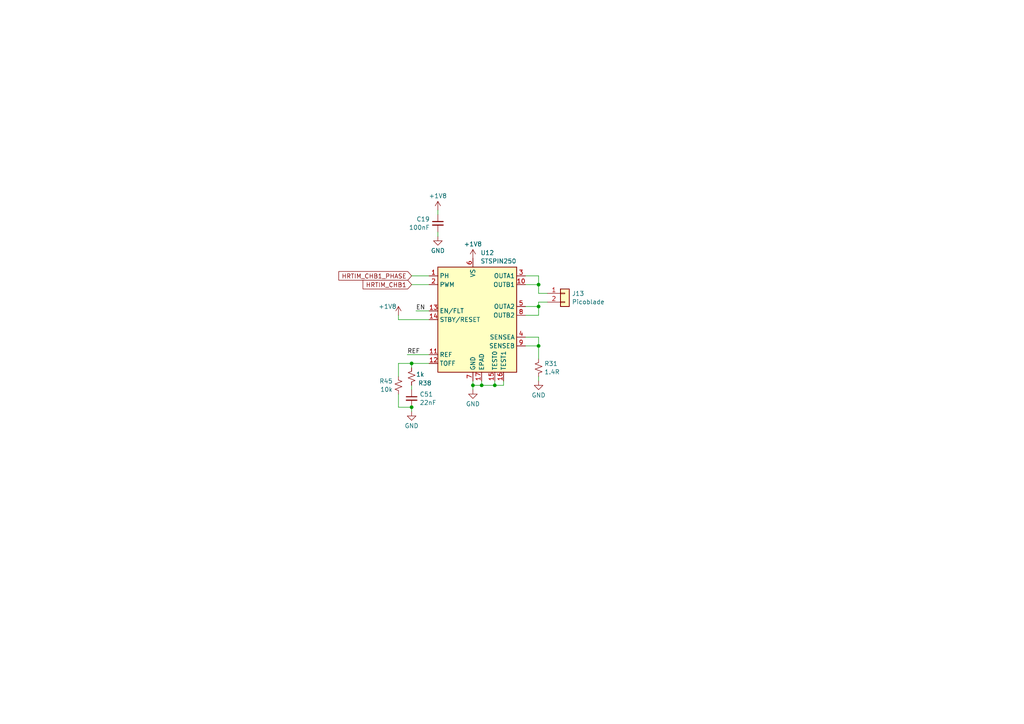
<source format=kicad_sch>
(kicad_sch (version 20230121) (generator eeschema)

  (uuid d3ae3c29-a710-4f7b-94c4-9f99cb159c5b)

  (paper "A4")

  (lib_symbols
    (symbol "Connector_Generic:Conn_01x02" (pin_names (offset 1.016) hide) (in_bom yes) (on_board yes)
      (property "Reference" "J" (at 0 2.54 0)
        (effects (font (size 1.27 1.27)))
      )
      (property "Value" "Conn_01x02" (at 0 -5.08 0)
        (effects (font (size 1.27 1.27)))
      )
      (property "Footprint" "" (at 0 0 0)
        (effects (font (size 1.27 1.27)) hide)
      )
      (property "Datasheet" "~" (at 0 0 0)
        (effects (font (size 1.27 1.27)) hide)
      )
      (property "ki_keywords" "connector" (at 0 0 0)
        (effects (font (size 1.27 1.27)) hide)
      )
      (property "ki_description" "Generic connector, single row, 01x02, script generated (kicad-library-utils/schlib/autogen/connector/)" (at 0 0 0)
        (effects (font (size 1.27 1.27)) hide)
      )
      (property "ki_fp_filters" "Connector*:*_1x??_*" (at 0 0 0)
        (effects (font (size 1.27 1.27)) hide)
      )
      (symbol "Conn_01x02_1_1"
        (rectangle (start -1.27 -2.413) (end 0 -2.667)
          (stroke (width 0.1524) (type default))
          (fill (type none))
        )
        (rectangle (start -1.27 0.127) (end 0 -0.127)
          (stroke (width 0.1524) (type default))
          (fill (type none))
        )
        (rectangle (start -1.27 1.27) (end 1.27 -3.81)
          (stroke (width 0.254) (type default))
          (fill (type background))
        )
        (pin passive line (at -5.08 0 0) (length 3.81)
          (name "Pin_1" (effects (font (size 1.27 1.27))))
          (number "1" (effects (font (size 1.27 1.27))))
        )
        (pin passive line (at -5.08 -2.54 0) (length 3.81)
          (name "Pin_2" (effects (font (size 1.27 1.27))))
          (number "2" (effects (font (size 1.27 1.27))))
        )
      )
    )
    (symbol "Device:C_Small" (pin_numbers hide) (pin_names (offset 0.254) hide) (in_bom yes) (on_board yes)
      (property "Reference" "C" (at 0.254 1.778 0)
        (effects (font (size 1.27 1.27)) (justify left))
      )
      (property "Value" "C_Small" (at 0.254 -2.032 0)
        (effects (font (size 1.27 1.27)) (justify left))
      )
      (property "Footprint" "" (at 0 0 0)
        (effects (font (size 1.27 1.27)) hide)
      )
      (property "Datasheet" "~" (at 0 0 0)
        (effects (font (size 1.27 1.27)) hide)
      )
      (property "ki_keywords" "capacitor cap" (at 0 0 0)
        (effects (font (size 1.27 1.27)) hide)
      )
      (property "ki_description" "Unpolarized capacitor, small symbol" (at 0 0 0)
        (effects (font (size 1.27 1.27)) hide)
      )
      (property "ki_fp_filters" "C_*" (at 0 0 0)
        (effects (font (size 1.27 1.27)) hide)
      )
      (symbol "C_Small_0_1"
        (polyline
          (pts
            (xy -1.524 -0.508)
            (xy 1.524 -0.508)
          )
          (stroke (width 0.3302) (type default))
          (fill (type none))
        )
        (polyline
          (pts
            (xy -1.524 0.508)
            (xy 1.524 0.508)
          )
          (stroke (width 0.3048) (type default))
          (fill (type none))
        )
      )
      (symbol "C_Small_1_1"
        (pin passive line (at 0 2.54 270) (length 2.032)
          (name "~" (effects (font (size 1.27 1.27))))
          (number "1" (effects (font (size 1.27 1.27))))
        )
        (pin passive line (at 0 -2.54 90) (length 2.032)
          (name "~" (effects (font (size 1.27 1.27))))
          (number "2" (effects (font (size 1.27 1.27))))
        )
      )
    )
    (symbol "Device:R_Small_US" (pin_numbers hide) (pin_names (offset 0.254) hide) (in_bom yes) (on_board yes)
      (property "Reference" "R" (at 0.762 0.508 0)
        (effects (font (size 1.27 1.27)) (justify left))
      )
      (property "Value" "R_Small_US" (at 0.762 -1.016 0)
        (effects (font (size 1.27 1.27)) (justify left))
      )
      (property "Footprint" "" (at 0 0 0)
        (effects (font (size 1.27 1.27)) hide)
      )
      (property "Datasheet" "~" (at 0 0 0)
        (effects (font (size 1.27 1.27)) hide)
      )
      (property "ki_keywords" "r resistor" (at 0 0 0)
        (effects (font (size 1.27 1.27)) hide)
      )
      (property "ki_description" "Resistor, small US symbol" (at 0 0 0)
        (effects (font (size 1.27 1.27)) hide)
      )
      (property "ki_fp_filters" "R_*" (at 0 0 0)
        (effects (font (size 1.27 1.27)) hide)
      )
      (symbol "R_Small_US_1_1"
        (polyline
          (pts
            (xy 0 0)
            (xy 1.016 -0.381)
            (xy 0 -0.762)
            (xy -1.016 -1.143)
            (xy 0 -1.524)
          )
          (stroke (width 0) (type default))
          (fill (type none))
        )
        (polyline
          (pts
            (xy 0 1.524)
            (xy 1.016 1.143)
            (xy 0 0.762)
            (xy -1.016 0.381)
            (xy 0 0)
          )
          (stroke (width 0) (type default))
          (fill (type none))
        )
        (pin passive line (at 0 2.54 270) (length 1.016)
          (name "~" (effects (font (size 1.27 1.27))))
          (number "1" (effects (font (size 1.27 1.27))))
        )
        (pin passive line (at 0 -2.54 90) (length 1.016)
          (name "~" (effects (font (size 1.27 1.27))))
          (number "2" (effects (font (size 1.27 1.27))))
        )
      )
    )
    (symbol "components_2:STSPIN250" (in_bom yes) (on_board yes)
      (property "Reference" "U" (at 6.35 21.59 0)
        (effects (font (size 1.27 1.27)))
      )
      (property "Value" "STSPIN250" (at 11.43 19.05 0)
        (effects (font (size 1.27 1.27)))
      )
      (property "Footprint" "" (at 0 24.13 0)
        (effects (font (size 1.27 1.27)) hide)
      )
      (property "Datasheet" "" (at 0 24.13 0)
        (effects (font (size 1.27 1.27)) hide)
      )
      (symbol "STSPIN250_0_1"
        (rectangle (start -10.16 15.24) (end 12.7 -15.24)
          (stroke (width 0.254) (type default))
          (fill (type background))
        )
      )
      (symbol "STSPIN250_1_1"
        (pin input line (at -12.7 12.7 0) (length 2.54)
          (name "PH" (effects (font (size 1.27 1.27))))
          (number "1" (effects (font (size 1.27 1.27))))
        )
        (pin power_out line (at 15.24 10.16 180) (length 2.54)
          (name "OUTB1" (effects (font (size 1.27 1.27))))
          (number "10" (effects (font (size 1.27 1.27))))
        )
        (pin input line (at -12.7 -10.16 0) (length 2.54)
          (name "REF" (effects (font (size 1.27 1.27))))
          (number "11" (effects (font (size 1.27 1.27))))
        )
        (pin input line (at -12.7 -12.7 0) (length 2.54)
          (name "TOFF" (effects (font (size 1.27 1.27))))
          (number "12" (effects (font (size 1.27 1.27))))
        )
        (pin bidirectional line (at -12.7 2.54 0) (length 2.54)
          (name "EN/FLT" (effects (font (size 1.27 1.27))))
          (number "13" (effects (font (size 1.27 1.27))))
        )
        (pin input line (at -12.7 0 0) (length 2.54)
          (name "STBY/RESET" (effects (font (size 1.27 1.27))))
          (number "14" (effects (font (size 1.27 1.27))))
        )
        (pin input line (at 6.35 -17.78 90) (length 2.54)
          (name "TEST0" (effects (font (size 1.27 1.27))))
          (number "15" (effects (font (size 1.27 1.27))))
        )
        (pin input line (at 8.89 -17.78 90) (length 2.54)
          (name "TEST1" (effects (font (size 1.27 1.27))))
          (number "16" (effects (font (size 1.27 1.27))))
        )
        (pin power_in line (at 2.54 -17.78 90) (length 2.54)
          (name "EPAD" (effects (font (size 1.27 1.27))))
          (number "17" (effects (font (size 1.27 1.27))))
        )
        (pin input line (at -12.7 10.16 0) (length 2.54)
          (name "PWM" (effects (font (size 1.27 1.27))))
          (number "2" (effects (font (size 1.27 1.27))))
        )
        (pin power_out line (at 15.24 12.7 180) (length 2.54)
          (name "OUTA1" (effects (font (size 1.27 1.27))))
          (number "3" (effects (font (size 1.27 1.27))))
        )
        (pin power_out line (at 15.24 -5.08 180) (length 2.54)
          (name "SENSEA" (effects (font (size 1.27 1.27))))
          (number "4" (effects (font (size 1.27 1.27))))
        )
        (pin power_out line (at 15.24 3.81 180) (length 2.54)
          (name "OUTA2" (effects (font (size 1.27 1.27))))
          (number "5" (effects (font (size 1.27 1.27))))
        )
        (pin power_in line (at 0 17.78 270) (length 2.54)
          (name "VS" (effects (font (size 1.27 1.27))))
          (number "6" (effects (font (size 1.27 1.27))))
        )
        (pin power_in line (at 0 -17.78 90) (length 2.54)
          (name "GND" (effects (font (size 1.27 1.27))))
          (number "7" (effects (font (size 1.27 1.27))))
        )
        (pin power_out line (at 15.24 1.27 180) (length 2.54)
          (name "OUTB2" (effects (font (size 1.27 1.27))))
          (number "8" (effects (font (size 1.27 1.27))))
        )
        (pin power_out line (at 15.24 -7.62 180) (length 2.54)
          (name "SENSEB" (effects (font (size 1.27 1.27))))
          (number "9" (effects (font (size 1.27 1.27))))
        )
      )
    )
    (symbol "power:+1V8" (power) (pin_names (offset 0)) (in_bom yes) (on_board yes)
      (property "Reference" "#PWR" (at 0 -3.81 0)
        (effects (font (size 1.27 1.27)) hide)
      )
      (property "Value" "+1V8" (at 0 3.556 0)
        (effects (font (size 1.27 1.27)))
      )
      (property "Footprint" "" (at 0 0 0)
        (effects (font (size 1.27 1.27)) hide)
      )
      (property "Datasheet" "" (at 0 0 0)
        (effects (font (size 1.27 1.27)) hide)
      )
      (property "ki_keywords" "global power" (at 0 0 0)
        (effects (font (size 1.27 1.27)) hide)
      )
      (property "ki_description" "Power symbol creates a global label with name \"+1V8\"" (at 0 0 0)
        (effects (font (size 1.27 1.27)) hide)
      )
      (symbol "+1V8_0_1"
        (polyline
          (pts
            (xy -0.762 1.27)
            (xy 0 2.54)
          )
          (stroke (width 0) (type default))
          (fill (type none))
        )
        (polyline
          (pts
            (xy 0 0)
            (xy 0 2.54)
          )
          (stroke (width 0) (type default))
          (fill (type none))
        )
        (polyline
          (pts
            (xy 0 2.54)
            (xy 0.762 1.27)
          )
          (stroke (width 0) (type default))
          (fill (type none))
        )
      )
      (symbol "+1V8_1_1"
        (pin power_in line (at 0 0 90) (length 0) hide
          (name "+1V8" (effects (font (size 1.27 1.27))))
          (number "1" (effects (font (size 1.27 1.27))))
        )
      )
    )
    (symbol "power:GND" (power) (pin_names (offset 0)) (in_bom yes) (on_board yes)
      (property "Reference" "#PWR" (at 0 -6.35 0)
        (effects (font (size 1.27 1.27)) hide)
      )
      (property "Value" "GND" (at 0 -3.81 0)
        (effects (font (size 1.27 1.27)))
      )
      (property "Footprint" "" (at 0 0 0)
        (effects (font (size 1.27 1.27)) hide)
      )
      (property "Datasheet" "" (at 0 0 0)
        (effects (font (size 1.27 1.27)) hide)
      )
      (property "ki_keywords" "global power" (at 0 0 0)
        (effects (font (size 1.27 1.27)) hide)
      )
      (property "ki_description" "Power symbol creates a global label with name \"GND\" , ground" (at 0 0 0)
        (effects (font (size 1.27 1.27)) hide)
      )
      (symbol "GND_0_1"
        (polyline
          (pts
            (xy 0 0)
            (xy 0 -1.27)
            (xy 1.27 -1.27)
            (xy 0 -2.54)
            (xy -1.27 -1.27)
            (xy 0 -1.27)
          )
          (stroke (width 0) (type default))
          (fill (type none))
        )
      )
      (symbol "GND_1_1"
        (pin power_in line (at 0 0 270) (length 0) hide
          (name "GND" (effects (font (size 1.27 1.27))))
          (number "1" (effects (font (size 1.27 1.27))))
        )
      )
    )
  )

  (junction (at 156.21 88.9) (diameter 0) (color 0 0 0 0)
    (uuid 434cb4db-e008-497a-ac75-29356549856d)
  )
  (junction (at 156.21 82.55) (diameter 0) (color 0 0 0 0)
    (uuid 73c65292-b353-4b6d-8478-edeff7afb8c7)
  )
  (junction (at 119.38 118.11) (diameter 0) (color 0 0 0 0)
    (uuid 94b6b8c9-8047-4795-9a9c-fb7cd95c839f)
  )
  (junction (at 156.21 100.33) (diameter 0) (color 0 0 0 0)
    (uuid a7a6fb4e-42d6-42a7-bbf0-d6c88e0348fa)
  )
  (junction (at 143.51 111.76) (diameter 0) (color 0 0 0 0)
    (uuid b3b1cf1f-3840-4d7e-9047-79997c3d87d6)
  )
  (junction (at 137.16 111.76) (diameter 0) (color 0 0 0 0)
    (uuid cbccabf5-514d-4f33-a5e2-8afd2e5196d0)
  )
  (junction (at 119.38 105.41) (diameter 0) (color 0 0 0 0)
    (uuid e8e8b19e-38ee-46f6-abe7-2eb9415a0c45)
  )
  (junction (at 139.7 111.76) (diameter 0) (color 0 0 0 0)
    (uuid ef668624-f822-4384-8bde-da48dda47b2b)
  )

  (wire (pts (xy 158.75 87.63) (xy 156.21 87.63))
    (stroke (width 0) (type default))
    (uuid 03cd1acd-860c-41b6-a0cf-6e5051d36e0a)
  )
  (wire (pts (xy 119.38 119.38) (xy 119.38 118.11))
    (stroke (width 0) (type default))
    (uuid 0b449ecc-9c82-4820-8698-d2d4d1a6b484)
  )
  (wire (pts (xy 152.4 91.44) (xy 156.21 91.44))
    (stroke (width 0) (type default))
    (uuid 0eadbab4-a729-4a40-b7f8-df60fec4a64f)
  )
  (wire (pts (xy 115.57 92.71) (xy 124.46 92.71))
    (stroke (width 0) (type default))
    (uuid 0f466d35-9b0b-4ceb-b8cd-ea19adb3e898)
  )
  (wire (pts (xy 143.51 111.76) (xy 143.51 110.49))
    (stroke (width 0) (type default))
    (uuid 19da91f9-6a5f-48be-9fcf-aa2467619f8e)
  )
  (wire (pts (xy 156.21 100.33) (xy 156.21 104.14))
    (stroke (width 0) (type default))
    (uuid 1b9f4e11-f494-4182-b389-bc772a267783)
  )
  (wire (pts (xy 115.57 105.41) (xy 119.38 105.41))
    (stroke (width 0) (type default))
    (uuid 20724527-7776-4670-b0cc-9f7d650e952e)
  )
  (wire (pts (xy 156.21 97.79) (xy 156.21 100.33))
    (stroke (width 0) (type default))
    (uuid 23522f3e-82c7-4660-bf36-698bed9ff747)
  )
  (wire (pts (xy 115.57 105.41) (xy 115.57 109.22))
    (stroke (width 0) (type default))
    (uuid 266f7f8c-85f0-4bfc-ac14-3e43d1278dbb)
  )
  (wire (pts (xy 118.11 102.87) (xy 124.46 102.87))
    (stroke (width 0) (type default))
    (uuid 281cc014-5e66-4632-bf75-9540f4ceba37)
  )
  (wire (pts (xy 139.7 111.76) (xy 143.51 111.76))
    (stroke (width 0) (type default))
    (uuid 2c7a6d3a-27d4-47e9-a4c8-a2f54c3346dd)
  )
  (wire (pts (xy 115.57 91.44) (xy 115.57 92.71))
    (stroke (width 0) (type default))
    (uuid 2e373b68-696b-43be-8c67-9f63ce48e298)
  )
  (wire (pts (xy 119.38 111.76) (xy 119.38 113.03))
    (stroke (width 0) (type default))
    (uuid 2e7aa4f7-2f59-45c0-9c9e-df1fa5d386ac)
  )
  (wire (pts (xy 119.38 80.01) (xy 124.46 80.01))
    (stroke (width 0) (type default))
    (uuid 3fe12ecf-5f86-478f-b5ae-7754e7f6c658)
  )
  (wire (pts (xy 156.21 88.9) (xy 156.21 91.44))
    (stroke (width 0) (type default))
    (uuid 445ea813-6607-4352-8695-0473fe659a8a)
  )
  (wire (pts (xy 137.16 111.76) (xy 137.16 113.03))
    (stroke (width 0) (type default))
    (uuid 45a19862-9131-4617-be6d-7f257a3c5054)
  )
  (wire (pts (xy 139.7 111.76) (xy 139.7 110.49))
    (stroke (width 0) (type default))
    (uuid 487c0dd1-8201-4f33-b8f2-393144b038f8)
  )
  (wire (pts (xy 146.05 111.76) (xy 146.05 110.49))
    (stroke (width 0) (type default))
    (uuid 4ce01599-ccbc-4594-b42d-d099858787a8)
  )
  (wire (pts (xy 137.16 110.49) (xy 137.16 111.76))
    (stroke (width 0) (type default))
    (uuid 603a7429-cd78-4607-ab5d-caf3dfa7385e)
  )
  (wire (pts (xy 156.21 85.09) (xy 158.75 85.09))
    (stroke (width 0) (type default))
    (uuid 6d3e1bae-fd32-4e05-b28b-78396ec183c2)
  )
  (wire (pts (xy 127 67.31) (xy 127 68.58))
    (stroke (width 0) (type default))
    (uuid 78851fe2-9688-4dbc-9a81-e27ce981c1f3)
  )
  (wire (pts (xy 156.21 82.55) (xy 156.21 85.09))
    (stroke (width 0) (type default))
    (uuid 815d45b0-8540-4fa8-8a69-4ab3476e3638)
  )
  (wire (pts (xy 152.4 82.55) (xy 156.21 82.55))
    (stroke (width 0) (type default))
    (uuid 911ea3c5-c522-48e4-b8b7-ffe02eb55a93)
  )
  (wire (pts (xy 143.51 111.76) (xy 146.05 111.76))
    (stroke (width 0) (type default))
    (uuid 91d6b792-46f7-47f9-91e4-44f1397bc96d)
  )
  (wire (pts (xy 152.4 97.79) (xy 156.21 97.79))
    (stroke (width 0) (type default))
    (uuid a13d80eb-dd9f-4a70-b224-482e1c96e3df)
  )
  (wire (pts (xy 156.21 88.9) (xy 152.4 88.9))
    (stroke (width 0) (type default))
    (uuid a660deba-e634-41a5-9be9-1acdd54ca362)
  )
  (wire (pts (xy 152.4 100.33) (xy 156.21 100.33))
    (stroke (width 0) (type default))
    (uuid b7184f51-76fc-4818-af53-3af825e81bd1)
  )
  (wire (pts (xy 115.57 118.11) (xy 119.38 118.11))
    (stroke (width 0) (type default))
    (uuid c318da2f-fddf-4636-993e-5bc7cca1beac)
  )
  (wire (pts (xy 156.21 80.01) (xy 156.21 82.55))
    (stroke (width 0) (type default))
    (uuid df2ba190-63ee-43e9-80ec-603bc7b1877f)
  )
  (wire (pts (xy 137.16 111.76) (xy 139.7 111.76))
    (stroke (width 0) (type default))
    (uuid e3059f48-6eba-4772-a1e5-7160201bb03c)
  )
  (wire (pts (xy 120.65 90.17) (xy 124.46 90.17))
    (stroke (width 0) (type default))
    (uuid e9a31b84-fa76-47dc-b181-4530f0359c14)
  )
  (wire (pts (xy 156.21 109.22) (xy 156.21 110.49))
    (stroke (width 0) (type default))
    (uuid eb020714-22ff-400a-b95c-78631cd48784)
  )
  (wire (pts (xy 119.38 105.41) (xy 119.38 106.68))
    (stroke (width 0) (type default))
    (uuid f1eb8655-58c5-4a22-8f79-c4cc1f1bf9d1)
  )
  (wire (pts (xy 119.38 82.55) (xy 124.46 82.55))
    (stroke (width 0) (type default))
    (uuid f57f8d2c-5936-4b2e-ad8c-6607206ce0af)
  )
  (wire (pts (xy 127 60.96) (xy 127 62.23))
    (stroke (width 0) (type default))
    (uuid f720122c-4380-418b-9614-9675d2e484e4)
  )
  (wire (pts (xy 115.57 114.3) (xy 115.57 118.11))
    (stroke (width 0) (type default))
    (uuid f7316a7e-2476-4819-8fb7-96fb7a77e1e5)
  )
  (wire (pts (xy 119.38 105.41) (xy 124.46 105.41))
    (stroke (width 0) (type default))
    (uuid f7a28afd-0294-4a52-a35d-87b0cb052b0f)
  )
  (wire (pts (xy 156.21 87.63) (xy 156.21 88.9))
    (stroke (width 0) (type default))
    (uuid fd07932c-b6c9-4dc1-bdde-48111e3bddea)
  )
  (wire (pts (xy 152.4 80.01) (xy 156.21 80.01))
    (stroke (width 0) (type default))
    (uuid fd3999ed-52e0-460b-b2ea-b4287d468792)
  )

  (label "REF" (at 118.11 102.87 0) (fields_autoplaced)
    (effects (font (size 1.27 1.27)) (justify left bottom))
    (uuid 628b10f0-1978-4e01-9101-0252ddf2d5a9)
  )
  (label "EN" (at 120.65 90.17 0) (fields_autoplaced)
    (effects (font (size 1.27 1.27)) (justify left bottom))
    (uuid cc3ae181-a2dc-4730-89a8-d239b9afe088)
  )

  (global_label "HRTIM_CHB1" (shape input) (at 119.38 82.55 180) (fields_autoplaced)
    (effects (font (size 1.27 1.27)) (justify right))
    (uuid 11d1370e-640d-4cfe-af19-e72016124e99)
    (property "Intersheetrefs" "${INTERSHEET_REFS}" (at 104.7229 82.55 0)
      (effects (font (size 1.27 1.27)) (justify right) hide)
    )
  )
  (global_label "HRTIM_CHB1_PHASE" (shape input) (at 119.38 80.01 180) (fields_autoplaced)
    (effects (font (size 1.27 1.27)) (justify right))
    (uuid 2302b258-023b-4ef5-9b7c-721538b841ee)
    (property "Intersheetrefs" "${INTERSHEET_REFS}" (at 97.7077 80.01 0)
      (effects (font (size 1.27 1.27)) (justify right) hide)
    )
  )

  (symbol (lib_id "components_2:STSPIN250") (at 137.16 92.71 0) (unit 1)
    (in_bom yes) (on_board yes) (dnp no) (fields_autoplaced)
    (uuid 19eeca92-6ca8-4a31-b672-8fde65669788)
    (property "Reference" "U12" (at 139.3541 73.3257 0)
      (effects (font (size 1.27 1.27)) (justify left))
    )
    (property "Value" "STSPIN250" (at 139.3541 75.7499 0)
      (effects (font (size 1.27 1.27)) (justify left))
    )
    (property "Footprint" "Ultra_librarian:VFQFPN16_STSPIN_STM" (at 137.16 68.58 0)
      (effects (font (size 1.27 1.27)) hide)
    )
    (property "Datasheet" "" (at 137.16 68.58 0)
      (effects (font (size 1.27 1.27)) hide)
    )
    (property "LCSC" "C155561" (at 137.16 92.71 0)
      (effects (font (size 1.27 1.27)) hide)
    )
    (pin "1" (uuid e46c6c14-ad89-41e7-8adc-19629b9363a5))
    (pin "10" (uuid 97811da0-6c20-4a56-8acc-ede948d652a4))
    (pin "11" (uuid 6cd8da83-5e41-42b5-9795-1502d753ce59))
    (pin "12" (uuid 5072d2bc-849c-45b0-86a6-f246efd8c396))
    (pin "13" (uuid 4e2c5edb-598c-4673-981e-bcf1a29386c7))
    (pin "14" (uuid ed236e16-818c-40c0-8947-e853eeccb1af))
    (pin "15" (uuid 027bc0af-25d8-4ee4-b50a-e4daa7fb83c4))
    (pin "16" (uuid 1f78152d-2d05-4851-8d13-4c6d33a2c056))
    (pin "17" (uuid 2a41c778-4014-4d8b-a467-265f45364098))
    (pin "2" (uuid d0ed151e-5bd0-4e9e-9f18-83566a9c2c95))
    (pin "3" (uuid e5cded07-f179-4277-acae-df617063fae1))
    (pin "4" (uuid 7dcbdaa4-9ce3-441b-bc2b-1453d2e23489))
    (pin "5" (uuid 73c7dc44-4717-45ba-9c72-8d83ddba3050))
    (pin "6" (uuid b625d927-c8b1-4d35-b443-f77956de00b2))
    (pin "7" (uuid fac90f5f-7773-4d00-a29d-cf122037bab4))
    (pin "8" (uuid a5d3c886-c924-40c6-89f2-10d7a9adb180))
    (pin "9" (uuid 917c6d82-403f-49be-8bb7-e6186ace1d0d))
    (instances
      (project "KASM_PCB_REV1"
        (path "/bcd76057-59fd-41c5-bb52-9bafb2ef74e0/04e958db-aa3d-41e7-905b-1283accbf3a5"
          (reference "U12") (unit 1)
        )
        (path "/bcd76057-59fd-41c5-bb52-9bafb2ef74e0/04e958db-aa3d-41e7-905b-1283accbf3a5/0e4a8bf2-0dd0-4daf-93f5-21aaab6e9079"
          (reference "U12") (unit 1)
        )
        (path "/bcd76057-59fd-41c5-bb52-9bafb2ef74e0/04e958db-aa3d-41e7-905b-1283accbf3a5/fa3e3175-0ec2-4c23-918b-18b69f6d22c9"
          (reference "U7") (unit 1)
        )
        (path "/bcd76057-59fd-41c5-bb52-9bafb2ef74e0/04e958db-aa3d-41e7-905b-1283accbf3a5/5eb57887-e81e-4477-9dd7-7aacc0de0d0b"
          (reference "U34") (unit 1)
        )
        (path "/bcd76057-59fd-41c5-bb52-9bafb2ef74e0/04e958db-aa3d-41e7-905b-1283accbf3a5/e0928f68-e618-4bed-a90d-d4217e4537fe"
          (reference "U35") (unit 1)
        )
        (path "/bcd76057-59fd-41c5-bb52-9bafb2ef74e0/04e958db-aa3d-41e7-905b-1283accbf3a5/035548b8-a31f-4ce4-88ad-eb25e49c8086"
          (reference "U36") (unit 1)
        )
        (path "/bcd76057-59fd-41c5-bb52-9bafb2ef74e0/04e958db-aa3d-41e7-905b-1283accbf3a5/ea7abcee-3bcc-4e0d-ba1f-bfc5afeaff56"
          (reference "U37") (unit 1)
        )
        (path "/bcd76057-59fd-41c5-bb52-9bafb2ef74e0/04e958db-aa3d-41e7-905b-1283accbf3a5/d43b2610-0e88-49f5-accf-91021c3a3747"
          (reference "U38") (unit 1)
        )
        (path "/bcd76057-59fd-41c5-bb52-9bafb2ef74e0/04e958db-aa3d-41e7-905b-1283accbf3a5/183aa310-3222-4137-baac-257f5699b820"
          (reference "U39") (unit 1)
        )
        (path "/bcd76057-59fd-41c5-bb52-9bafb2ef74e0/04e958db-aa3d-41e7-905b-1283accbf3a5/517c7ed0-094c-4bf8-893e-b74da427973a"
          (reference "U40") (unit 1)
        )
        (path "/bcd76057-59fd-41c5-bb52-9bafb2ef74e0/04e958db-aa3d-41e7-905b-1283accbf3a5/31bee4a8-b94d-44ab-a7b7-0e5ab7943934"
          (reference "U41") (unit 1)
        )
        (path "/bcd76057-59fd-41c5-bb52-9bafb2ef74e0/04e958db-aa3d-41e7-905b-1283accbf3a5/3c7f0f67-84e4-46e0-ae69-a3c8008fc518"
          (reference "U42") (unit 1)
        )
        (path "/bcd76057-59fd-41c5-bb52-9bafb2ef74e0/04e958db-aa3d-41e7-905b-1283accbf3a5/09624144-9abc-4214-b8b3-19be92fa01bb"
          (reference "U43") (unit 1)
        )
        (path "/bcd76057-59fd-41c5-bb52-9bafb2ef74e0/04e958db-aa3d-41e7-905b-1283accbf3a5/debcf873-ffd9-4218-a838-354e10f40114"
          (reference "U44") (unit 1)
        )
        (path "/bcd76057-59fd-41c5-bb52-9bafb2ef74e0/04e958db-aa3d-41e7-905b-1283accbf3a5/f3d20732-cdac-44e3-a331-3cd31b97ff57"
          (reference "U45") (unit 1)
        )
        (path "/bcd76057-59fd-41c5-bb52-9bafb2ef74e0/04e958db-aa3d-41e7-905b-1283accbf3a5/d282b751-7721-4014-b2b7-469980c2fd3d"
          (reference "U46") (unit 1)
        )
        (path "/bcd76057-59fd-41c5-bb52-9bafb2ef74e0/04e958db-aa3d-41e7-905b-1283accbf3a5/2f342150-1aa1-4808-811e-c8652a7360ed"
          (reference "U47") (unit 1)
        )
        (path "/bcd76057-59fd-41c5-bb52-9bafb2ef74e0/04e958db-aa3d-41e7-905b-1283accbf3a5/880b3b36-85e8-4c3c-aa09-491ac2842d9f"
          (reference "U48") (unit 1)
        )
        (path "/bcd76057-59fd-41c5-bb52-9bafb2ef74e0/04e958db-aa3d-41e7-905b-1283accbf3a5/a00a6dc6-5da7-4e1f-b4ec-6af8efc204f4"
          (reference "U49") (unit 1)
        )
        (path "/bcd76057-59fd-41c5-bb52-9bafb2ef74e0/04e958db-aa3d-41e7-905b-1283accbf3a5/fb97f32a-344e-42d0-80a3-2f30f649c95b"
          (reference "U50") (unit 1)
        )
        (path "/bcd76057-59fd-41c5-bb52-9bafb2ef74e0/04e958db-aa3d-41e7-905b-1283accbf3a5/758d2951-640e-4c88-be12-1a100eb086a5"
          (reference "U51") (unit 1)
        )
        (path "/bcd76057-59fd-41c5-bb52-9bafb2ef74e0/04e958db-aa3d-41e7-905b-1283accbf3a5/1e6d7f69-4122-453e-9254-d2339f5150d7"
          (reference "U52") (unit 1)
        )
        (path "/bcd76057-59fd-41c5-bb52-9bafb2ef74e0/04e958db-aa3d-41e7-905b-1283accbf3a5/cc8e9e82-b38f-4c96-81d0-3ca8ac77f771"
          (reference "U53") (unit 1)
        )
        (path "/bcd76057-59fd-41c5-bb52-9bafb2ef74e0/04e958db-aa3d-41e7-905b-1283accbf3a5/b1894ed9-6a63-4439-a2e8-1827c3e49ee7"
          (reference "U54") (unit 1)
        )
        (path "/bcd76057-59fd-41c5-bb52-9bafb2ef74e0/04e958db-aa3d-41e7-905b-1283accbf3a5/a49d49c7-da1f-4137-a620-bdc9f58595d1"
          (reference "U55") (unit 1)
        )
        (path "/bcd76057-59fd-41c5-bb52-9bafb2ef74e0/04e958db-aa3d-41e7-905b-1283accbf3a5/80cd4e08-0efe-488f-8e92-54beb1b4d1f2"
          (reference "U56") (unit 1)
        )
        (path "/bcd76057-59fd-41c5-bb52-9bafb2ef74e0/04e958db-aa3d-41e7-905b-1283accbf3a5/317da025-5f62-4c93-8d06-7954e608af1c"
          (reference "U57") (unit 1)
        )
        (path "/bcd76057-59fd-41c5-bb52-9bafb2ef74e0/04e958db-aa3d-41e7-905b-1283accbf3a5/18dc00ae-3159-4780-b672-12977f79e5ac"
          (reference "U5") (unit 1)
        )
      )
    )
  )

  (symbol (lib_id "power:GND") (at 119.38 119.38 0) (unit 1)
    (in_bom yes) (on_board yes) (dnp no)
    (uuid 1b560aea-f1d1-4242-9055-9226e0b1f112)
    (property "Reference" "#PWR0113" (at 119.38 125.73 0)
      (effects (font (size 1.27 1.27)) hide)
    )
    (property "Value" "GND" (at 119.38 123.5131 0)
      (effects (font (size 1.27 1.27)))
    )
    (property "Footprint" "" (at 119.38 119.38 0)
      (effects (font (size 1.27 1.27)) hide)
    )
    (property "Datasheet" "" (at 119.38 119.38 0)
      (effects (font (size 1.27 1.27)) hide)
    )
    (pin "1" (uuid 4637a27a-c5c6-4311-b6dc-3fecae4bd51a))
    (instances
      (project "KASM_PCB_REV1"
        (path "/bcd76057-59fd-41c5-bb52-9bafb2ef74e0/04e958db-aa3d-41e7-905b-1283accbf3a5"
          (reference "#PWR0113") (unit 1)
        )
        (path "/bcd76057-59fd-41c5-bb52-9bafb2ef74e0/04e958db-aa3d-41e7-905b-1283accbf3a5/0e4a8bf2-0dd0-4daf-93f5-21aaab6e9079"
          (reference "#PWR0262") (unit 1)
        )
        (path "/bcd76057-59fd-41c5-bb52-9bafb2ef74e0/04e958db-aa3d-41e7-905b-1283accbf3a5/fa3e3175-0ec2-4c23-918b-18b69f6d22c9"
          (reference "#PWR0108") (unit 1)
        )
        (path "/bcd76057-59fd-41c5-bb52-9bafb2ef74e0/04e958db-aa3d-41e7-905b-1283accbf3a5/5eb57887-e81e-4477-9dd7-7aacc0de0d0b"
          (reference "#PWR0269") (unit 1)
        )
        (path "/bcd76057-59fd-41c5-bb52-9bafb2ef74e0/04e958db-aa3d-41e7-905b-1283accbf3a5/e0928f68-e618-4bed-a90d-d4217e4537fe"
          (reference "#PWR0276") (unit 1)
        )
        (path "/bcd76057-59fd-41c5-bb52-9bafb2ef74e0/04e958db-aa3d-41e7-905b-1283accbf3a5/035548b8-a31f-4ce4-88ad-eb25e49c8086"
          (reference "#PWR0283") (unit 1)
        )
        (path "/bcd76057-59fd-41c5-bb52-9bafb2ef74e0/04e958db-aa3d-41e7-905b-1283accbf3a5/ea7abcee-3bcc-4e0d-ba1f-bfc5afeaff56"
          (reference "#PWR0290") (unit 1)
        )
        (path "/bcd76057-59fd-41c5-bb52-9bafb2ef74e0/04e958db-aa3d-41e7-905b-1283accbf3a5/d43b2610-0e88-49f5-accf-91021c3a3747"
          (reference "#PWR0297") (unit 1)
        )
        (path "/bcd76057-59fd-41c5-bb52-9bafb2ef74e0/04e958db-aa3d-41e7-905b-1283accbf3a5/183aa310-3222-4137-baac-257f5699b820"
          (reference "#PWR0304") (unit 1)
        )
        (path "/bcd76057-59fd-41c5-bb52-9bafb2ef74e0/04e958db-aa3d-41e7-905b-1283accbf3a5/517c7ed0-094c-4bf8-893e-b74da427973a"
          (reference "#PWR0311") (unit 1)
        )
        (path "/bcd76057-59fd-41c5-bb52-9bafb2ef74e0/04e958db-aa3d-41e7-905b-1283accbf3a5/31bee4a8-b94d-44ab-a7b7-0e5ab7943934"
          (reference "#PWR0318") (unit 1)
        )
        (path "/bcd76057-59fd-41c5-bb52-9bafb2ef74e0/04e958db-aa3d-41e7-905b-1283accbf3a5/3c7f0f67-84e4-46e0-ae69-a3c8008fc518"
          (reference "#PWR0325") (unit 1)
        )
        (path "/bcd76057-59fd-41c5-bb52-9bafb2ef74e0/04e958db-aa3d-41e7-905b-1283accbf3a5/09624144-9abc-4214-b8b3-19be92fa01bb"
          (reference "#PWR0332") (unit 1)
        )
        (path "/bcd76057-59fd-41c5-bb52-9bafb2ef74e0/04e958db-aa3d-41e7-905b-1283accbf3a5/debcf873-ffd9-4218-a838-354e10f40114"
          (reference "#PWR0339") (unit 1)
        )
        (path "/bcd76057-59fd-41c5-bb52-9bafb2ef74e0/04e958db-aa3d-41e7-905b-1283accbf3a5/f3d20732-cdac-44e3-a331-3cd31b97ff57"
          (reference "#PWR0346") (unit 1)
        )
        (path "/bcd76057-59fd-41c5-bb52-9bafb2ef74e0/04e958db-aa3d-41e7-905b-1283accbf3a5/d282b751-7721-4014-b2b7-469980c2fd3d"
          (reference "#PWR0353") (unit 1)
        )
        (path "/bcd76057-59fd-41c5-bb52-9bafb2ef74e0/04e958db-aa3d-41e7-905b-1283accbf3a5/2f342150-1aa1-4808-811e-c8652a7360ed"
          (reference "#PWR0360") (unit 1)
        )
        (path "/bcd76057-59fd-41c5-bb52-9bafb2ef74e0/04e958db-aa3d-41e7-905b-1283accbf3a5/880b3b36-85e8-4c3c-aa09-491ac2842d9f"
          (reference "#PWR0367") (unit 1)
        )
        (path "/bcd76057-59fd-41c5-bb52-9bafb2ef74e0/04e958db-aa3d-41e7-905b-1283accbf3a5/a00a6dc6-5da7-4e1f-b4ec-6af8efc204f4"
          (reference "#PWR0374") (unit 1)
        )
        (path "/bcd76057-59fd-41c5-bb52-9bafb2ef74e0/04e958db-aa3d-41e7-905b-1283accbf3a5/fb97f32a-344e-42d0-80a3-2f30f649c95b"
          (reference "#PWR0381") (unit 1)
        )
        (path "/bcd76057-59fd-41c5-bb52-9bafb2ef74e0/04e958db-aa3d-41e7-905b-1283accbf3a5/758d2951-640e-4c88-be12-1a100eb086a5"
          (reference "#PWR0388") (unit 1)
        )
        (path "/bcd76057-59fd-41c5-bb52-9bafb2ef74e0/04e958db-aa3d-41e7-905b-1283accbf3a5/1e6d7f69-4122-453e-9254-d2339f5150d7"
          (reference "#PWR0395") (unit 1)
        )
        (path "/bcd76057-59fd-41c5-bb52-9bafb2ef74e0/04e958db-aa3d-41e7-905b-1283accbf3a5/cc8e9e82-b38f-4c96-81d0-3ca8ac77f771"
          (reference "#PWR0402") (unit 1)
        )
        (path "/bcd76057-59fd-41c5-bb52-9bafb2ef74e0/04e958db-aa3d-41e7-905b-1283accbf3a5/b1894ed9-6a63-4439-a2e8-1827c3e49ee7"
          (reference "#PWR0409") (unit 1)
        )
        (path "/bcd76057-59fd-41c5-bb52-9bafb2ef74e0/04e958db-aa3d-41e7-905b-1283accbf3a5/a49d49c7-da1f-4137-a620-bdc9f58595d1"
          (reference "#PWR0416") (unit 1)
        )
        (path "/bcd76057-59fd-41c5-bb52-9bafb2ef74e0/04e958db-aa3d-41e7-905b-1283accbf3a5/80cd4e08-0efe-488f-8e92-54beb1b4d1f2"
          (reference "#PWR0423") (unit 1)
        )
        (path "/bcd76057-59fd-41c5-bb52-9bafb2ef74e0/04e958db-aa3d-41e7-905b-1283accbf3a5/317da025-5f62-4c93-8d06-7954e608af1c"
          (reference "#PWR0430") (unit 1)
        )
        (path "/bcd76057-59fd-41c5-bb52-9bafb2ef74e0/04e958db-aa3d-41e7-905b-1283accbf3a5/18dc00ae-3159-4780-b672-12977f79e5ac"
          (reference "#PWR0106") (unit 1)
        )
      )
    )
  )

  (symbol (lib_id "Device:R_Small_US") (at 115.57 111.76 0) (unit 1)
    (in_bom yes) (on_board yes) (dnp no)
    (uuid 1c0f638b-f20f-4b2e-b1b4-83a656ba64a2)
    (property "Reference" "R45" (at 113.919 110.5479 0)
      (effects (font (size 1.27 1.27)) (justify right))
    )
    (property "Value" "10k" (at 113.919 112.9721 0)
      (effects (font (size 1.27 1.27)) (justify right))
    )
    (property "Footprint" "Resistor_SMD:R_0402_1005Metric" (at 115.57 111.76 0)
      (effects (font (size 1.27 1.27)) hide)
    )
    (property "Datasheet" "~" (at 115.57 111.76 0)
      (effects (font (size 1.27 1.27)) hide)
    )
    (property "LCSC" "C25744" (at 115.57 111.76 0)
      (effects (font (size 1.27 1.27)) hide)
    )
    (pin "1" (uuid 32b177db-daf9-4a6b-9c8f-4c4a6aa2c23e))
    (pin "2" (uuid 07fe93d4-1469-4ba6-a4b1-0eeff5425a0e))
    (instances
      (project "KASM_PCB_REV1"
        (path "/bcd76057-59fd-41c5-bb52-9bafb2ef74e0/04e958db-aa3d-41e7-905b-1283accbf3a5"
          (reference "R45") (unit 1)
        )
        (path "/bcd76057-59fd-41c5-bb52-9bafb2ef74e0/04e958db-aa3d-41e7-905b-1283accbf3a5/0e4a8bf2-0dd0-4daf-93f5-21aaab6e9079"
          (reference "R110") (unit 1)
        )
        (path "/bcd76057-59fd-41c5-bb52-9bafb2ef74e0/04e958db-aa3d-41e7-905b-1283accbf3a5/fa3e3175-0ec2-4c23-918b-18b69f6d22c9"
          (reference "R40") (unit 1)
        )
        (path "/bcd76057-59fd-41c5-bb52-9bafb2ef74e0/04e958db-aa3d-41e7-905b-1283accbf3a5/5eb57887-e81e-4477-9dd7-7aacc0de0d0b"
          (reference "R113") (unit 1)
        )
        (path "/bcd76057-59fd-41c5-bb52-9bafb2ef74e0/04e958db-aa3d-41e7-905b-1283accbf3a5/e0928f68-e618-4bed-a90d-d4217e4537fe"
          (reference "R116") (unit 1)
        )
        (path "/bcd76057-59fd-41c5-bb52-9bafb2ef74e0/04e958db-aa3d-41e7-905b-1283accbf3a5/035548b8-a31f-4ce4-88ad-eb25e49c8086"
          (reference "R119") (unit 1)
        )
        (path "/bcd76057-59fd-41c5-bb52-9bafb2ef74e0/04e958db-aa3d-41e7-905b-1283accbf3a5/ea7abcee-3bcc-4e0d-ba1f-bfc5afeaff56"
          (reference "R122") (unit 1)
        )
        (path "/bcd76057-59fd-41c5-bb52-9bafb2ef74e0/04e958db-aa3d-41e7-905b-1283accbf3a5/d43b2610-0e88-49f5-accf-91021c3a3747"
          (reference "R125") (unit 1)
        )
        (path "/bcd76057-59fd-41c5-bb52-9bafb2ef74e0/04e958db-aa3d-41e7-905b-1283accbf3a5/183aa310-3222-4137-baac-257f5699b820"
          (reference "R128") (unit 1)
        )
        (path "/bcd76057-59fd-41c5-bb52-9bafb2ef74e0/04e958db-aa3d-41e7-905b-1283accbf3a5/517c7ed0-094c-4bf8-893e-b74da427973a"
          (reference "R131") (unit 1)
        )
        (path "/bcd76057-59fd-41c5-bb52-9bafb2ef74e0/04e958db-aa3d-41e7-905b-1283accbf3a5/31bee4a8-b94d-44ab-a7b7-0e5ab7943934"
          (reference "R134") (unit 1)
        )
        (path "/bcd76057-59fd-41c5-bb52-9bafb2ef74e0/04e958db-aa3d-41e7-905b-1283accbf3a5/3c7f0f67-84e4-46e0-ae69-a3c8008fc518"
          (reference "R137") (unit 1)
        )
        (path "/bcd76057-59fd-41c5-bb52-9bafb2ef74e0/04e958db-aa3d-41e7-905b-1283accbf3a5/09624144-9abc-4214-b8b3-19be92fa01bb"
          (reference "R140") (unit 1)
        )
        (path "/bcd76057-59fd-41c5-bb52-9bafb2ef74e0/04e958db-aa3d-41e7-905b-1283accbf3a5/debcf873-ffd9-4218-a838-354e10f40114"
          (reference "R143") (unit 1)
        )
        (path "/bcd76057-59fd-41c5-bb52-9bafb2ef74e0/04e958db-aa3d-41e7-905b-1283accbf3a5/f3d20732-cdac-44e3-a331-3cd31b97ff57"
          (reference "R146") (unit 1)
        )
        (path "/bcd76057-59fd-41c5-bb52-9bafb2ef74e0/04e958db-aa3d-41e7-905b-1283accbf3a5/d282b751-7721-4014-b2b7-469980c2fd3d"
          (reference "R149") (unit 1)
        )
        (path "/bcd76057-59fd-41c5-bb52-9bafb2ef74e0/04e958db-aa3d-41e7-905b-1283accbf3a5/2f342150-1aa1-4808-811e-c8652a7360ed"
          (reference "R152") (unit 1)
        )
        (path "/bcd76057-59fd-41c5-bb52-9bafb2ef74e0/04e958db-aa3d-41e7-905b-1283accbf3a5/880b3b36-85e8-4c3c-aa09-491ac2842d9f"
          (reference "R155") (unit 1)
        )
        (path "/bcd76057-59fd-41c5-bb52-9bafb2ef74e0/04e958db-aa3d-41e7-905b-1283accbf3a5/a00a6dc6-5da7-4e1f-b4ec-6af8efc204f4"
          (reference "R158") (unit 1)
        )
        (path "/bcd76057-59fd-41c5-bb52-9bafb2ef74e0/04e958db-aa3d-41e7-905b-1283accbf3a5/fb97f32a-344e-42d0-80a3-2f30f649c95b"
          (reference "R161") (unit 1)
        )
        (path "/bcd76057-59fd-41c5-bb52-9bafb2ef74e0/04e958db-aa3d-41e7-905b-1283accbf3a5/758d2951-640e-4c88-be12-1a100eb086a5"
          (reference "R164") (unit 1)
        )
        (path "/bcd76057-59fd-41c5-bb52-9bafb2ef74e0/04e958db-aa3d-41e7-905b-1283accbf3a5/1e6d7f69-4122-453e-9254-d2339f5150d7"
          (reference "R167") (unit 1)
        )
        (path "/bcd76057-59fd-41c5-bb52-9bafb2ef74e0/04e958db-aa3d-41e7-905b-1283accbf3a5/cc8e9e82-b38f-4c96-81d0-3ca8ac77f771"
          (reference "R170") (unit 1)
        )
        (path "/bcd76057-59fd-41c5-bb52-9bafb2ef74e0/04e958db-aa3d-41e7-905b-1283accbf3a5/b1894ed9-6a63-4439-a2e8-1827c3e49ee7"
          (reference "R173") (unit 1)
        )
        (path "/bcd76057-59fd-41c5-bb52-9bafb2ef74e0/04e958db-aa3d-41e7-905b-1283accbf3a5/a49d49c7-da1f-4137-a620-bdc9f58595d1"
          (reference "R176") (unit 1)
        )
        (path "/bcd76057-59fd-41c5-bb52-9bafb2ef74e0/04e958db-aa3d-41e7-905b-1283accbf3a5/80cd4e08-0efe-488f-8e92-54beb1b4d1f2"
          (reference "R179") (unit 1)
        )
        (path "/bcd76057-59fd-41c5-bb52-9bafb2ef74e0/04e958db-aa3d-41e7-905b-1283accbf3a5/317da025-5f62-4c93-8d06-7954e608af1c"
          (reference "R182") (unit 1)
        )
        (path "/bcd76057-59fd-41c5-bb52-9bafb2ef74e0/04e958db-aa3d-41e7-905b-1283accbf3a5/18dc00ae-3159-4780-b672-12977f79e5ac"
          (reference "R45") (unit 1)
        )
      )
    )
  )

  (symbol (lib_id "Device:C_Small") (at 119.38 115.57 0) (unit 1)
    (in_bom yes) (on_board yes) (dnp no)
    (uuid 2782306e-b156-4b63-ae9d-a4809019075d)
    (property "Reference" "C51" (at 121.7041 114.3642 0)
      (effects (font (size 1.27 1.27)) (justify left))
    )
    (property "Value" "22nF" (at 121.7041 116.7884 0)
      (effects (font (size 1.27 1.27)) (justify left))
    )
    (property "Footprint" "Capacitor_SMD:C_0402_1005Metric" (at 119.38 115.57 0)
      (effects (font (size 1.27 1.27)) hide)
    )
    (property "Datasheet" "~" (at 119.38 115.57 0)
      (effects (font (size 1.27 1.27)) hide)
    )
    (property "LCSC" "C1532" (at 119.38 115.57 0)
      (effects (font (size 1.27 1.27)) hide)
    )
    (pin "1" (uuid 45cc038a-6790-4cfb-91c4-5c23167940f5))
    (pin "2" (uuid d4512f2d-7735-4fc1-a4ef-1aaab42564c2))
    (instances
      (project "KASM_PCB_REV1"
        (path "/bcd76057-59fd-41c5-bb52-9bafb2ef74e0/04e958db-aa3d-41e7-905b-1283accbf3a5"
          (reference "C51") (unit 1)
        )
        (path "/bcd76057-59fd-41c5-bb52-9bafb2ef74e0/04e958db-aa3d-41e7-905b-1283accbf3a5/0e4a8bf2-0dd0-4daf-93f5-21aaab6e9079"
          (reference "C95") (unit 1)
        )
        (path "/bcd76057-59fd-41c5-bb52-9bafb2ef74e0/04e958db-aa3d-41e7-905b-1283accbf3a5/fa3e3175-0ec2-4c23-918b-18b69f6d22c9"
          (reference "C46") (unit 1)
        )
        (path "/bcd76057-59fd-41c5-bb52-9bafb2ef74e0/04e958db-aa3d-41e7-905b-1283accbf3a5/5eb57887-e81e-4477-9dd7-7aacc0de0d0b"
          (reference "C97") (unit 1)
        )
        (path "/bcd76057-59fd-41c5-bb52-9bafb2ef74e0/04e958db-aa3d-41e7-905b-1283accbf3a5/e0928f68-e618-4bed-a90d-d4217e4537fe"
          (reference "C99") (unit 1)
        )
        (path "/bcd76057-59fd-41c5-bb52-9bafb2ef74e0/04e958db-aa3d-41e7-905b-1283accbf3a5/035548b8-a31f-4ce4-88ad-eb25e49c8086"
          (reference "C101") (unit 1)
        )
        (path "/bcd76057-59fd-41c5-bb52-9bafb2ef74e0/04e958db-aa3d-41e7-905b-1283accbf3a5/ea7abcee-3bcc-4e0d-ba1f-bfc5afeaff56"
          (reference "C103") (unit 1)
        )
        (path "/bcd76057-59fd-41c5-bb52-9bafb2ef74e0/04e958db-aa3d-41e7-905b-1283accbf3a5/d43b2610-0e88-49f5-accf-91021c3a3747"
          (reference "C105") (unit 1)
        )
        (path "/bcd76057-59fd-41c5-bb52-9bafb2ef74e0/04e958db-aa3d-41e7-905b-1283accbf3a5/183aa310-3222-4137-baac-257f5699b820"
          (reference "C107") (unit 1)
        )
        (path "/bcd76057-59fd-41c5-bb52-9bafb2ef74e0/04e958db-aa3d-41e7-905b-1283accbf3a5/517c7ed0-094c-4bf8-893e-b74da427973a"
          (reference "C109") (unit 1)
        )
        (path "/bcd76057-59fd-41c5-bb52-9bafb2ef74e0/04e958db-aa3d-41e7-905b-1283accbf3a5/31bee4a8-b94d-44ab-a7b7-0e5ab7943934"
          (reference "C111") (unit 1)
        )
        (path "/bcd76057-59fd-41c5-bb52-9bafb2ef74e0/04e958db-aa3d-41e7-905b-1283accbf3a5/3c7f0f67-84e4-46e0-ae69-a3c8008fc518"
          (reference "C113") (unit 1)
        )
        (path "/bcd76057-59fd-41c5-bb52-9bafb2ef74e0/04e958db-aa3d-41e7-905b-1283accbf3a5/09624144-9abc-4214-b8b3-19be92fa01bb"
          (reference "C115") (unit 1)
        )
        (path "/bcd76057-59fd-41c5-bb52-9bafb2ef74e0/04e958db-aa3d-41e7-905b-1283accbf3a5/debcf873-ffd9-4218-a838-354e10f40114"
          (reference "C117") (unit 1)
        )
        (path "/bcd76057-59fd-41c5-bb52-9bafb2ef74e0/04e958db-aa3d-41e7-905b-1283accbf3a5/f3d20732-cdac-44e3-a331-3cd31b97ff57"
          (reference "C119") (unit 1)
        )
        (path "/bcd76057-59fd-41c5-bb52-9bafb2ef74e0/04e958db-aa3d-41e7-905b-1283accbf3a5/d282b751-7721-4014-b2b7-469980c2fd3d"
          (reference "C121") (unit 1)
        )
        (path "/bcd76057-59fd-41c5-bb52-9bafb2ef74e0/04e958db-aa3d-41e7-905b-1283accbf3a5/2f342150-1aa1-4808-811e-c8652a7360ed"
          (reference "C123") (unit 1)
        )
        (path "/bcd76057-59fd-41c5-bb52-9bafb2ef74e0/04e958db-aa3d-41e7-905b-1283accbf3a5/880b3b36-85e8-4c3c-aa09-491ac2842d9f"
          (reference "C125") (unit 1)
        )
        (path "/bcd76057-59fd-41c5-bb52-9bafb2ef74e0/04e958db-aa3d-41e7-905b-1283accbf3a5/a00a6dc6-5da7-4e1f-b4ec-6af8efc204f4"
          (reference "C127") (unit 1)
        )
        (path "/bcd76057-59fd-41c5-bb52-9bafb2ef74e0/04e958db-aa3d-41e7-905b-1283accbf3a5/fb97f32a-344e-42d0-80a3-2f30f649c95b"
          (reference "C129") (unit 1)
        )
        (path "/bcd76057-59fd-41c5-bb52-9bafb2ef74e0/04e958db-aa3d-41e7-905b-1283accbf3a5/758d2951-640e-4c88-be12-1a100eb086a5"
          (reference "C131") (unit 1)
        )
        (path "/bcd76057-59fd-41c5-bb52-9bafb2ef74e0/04e958db-aa3d-41e7-905b-1283accbf3a5/1e6d7f69-4122-453e-9254-d2339f5150d7"
          (reference "C133") (unit 1)
        )
        (path "/bcd76057-59fd-41c5-bb52-9bafb2ef74e0/04e958db-aa3d-41e7-905b-1283accbf3a5/cc8e9e82-b38f-4c96-81d0-3ca8ac77f771"
          (reference "C135") (unit 1)
        )
        (path "/bcd76057-59fd-41c5-bb52-9bafb2ef74e0/04e958db-aa3d-41e7-905b-1283accbf3a5/b1894ed9-6a63-4439-a2e8-1827c3e49ee7"
          (reference "C137") (unit 1)
        )
        (path "/bcd76057-59fd-41c5-bb52-9bafb2ef74e0/04e958db-aa3d-41e7-905b-1283accbf3a5/a49d49c7-da1f-4137-a620-bdc9f58595d1"
          (reference "C139") (unit 1)
        )
        (path "/bcd76057-59fd-41c5-bb52-9bafb2ef74e0/04e958db-aa3d-41e7-905b-1283accbf3a5/80cd4e08-0efe-488f-8e92-54beb1b4d1f2"
          (reference "C141") (unit 1)
        )
        (path "/bcd76057-59fd-41c5-bb52-9bafb2ef74e0/04e958db-aa3d-41e7-905b-1283accbf3a5/317da025-5f62-4c93-8d06-7954e608af1c"
          (reference "C143") (unit 1)
        )
        (path "/bcd76057-59fd-41c5-bb52-9bafb2ef74e0/04e958db-aa3d-41e7-905b-1283accbf3a5/18dc00ae-3159-4780-b672-12977f79e5ac"
          (reference "C51") (unit 1)
        )
      )
    )
  )

  (symbol (lib_id "Device:C_Small") (at 127 64.77 0) (mirror y) (unit 1)
    (in_bom yes) (on_board yes) (dnp no)
    (uuid 30662a80-f7ba-4153-8c23-39ace1e524b8)
    (property "Reference" "C19" (at 124.6759 63.5642 0)
      (effects (font (size 1.27 1.27)) (justify left))
    )
    (property "Value" "100nF" (at 124.6759 65.9884 0)
      (effects (font (size 1.27 1.27)) (justify left))
    )
    (property "Footprint" "Capacitor_SMD:C_0402_1005Metric" (at 127 64.77 0)
      (effects (font (size 1.27 1.27)) hide)
    )
    (property "Datasheet" "~" (at 127 64.77 0)
      (effects (font (size 1.27 1.27)) hide)
    )
    (property "LCSC" "C1525" (at 127 64.77 0)
      (effects (font (size 1.27 1.27)) hide)
    )
    (pin "1" (uuid 895c655b-c28c-4357-b4cb-52024c7cdb04))
    (pin "2" (uuid 517a1446-2faa-475e-a498-cdaac64064c7))
    (instances
      (project "KASM_PCB_REV1"
        (path "/bcd76057-59fd-41c5-bb52-9bafb2ef74e0/9f28d78d-ca42-4041-9be6-b996c46b4a0a"
          (reference "C19") (unit 1)
        )
        (path "/bcd76057-59fd-41c5-bb52-9bafb2ef74e0/da6e1dd6-6549-4588-8765-3ff657cbe17b"
          (reference "C1") (unit 1)
        )
        (path "/bcd76057-59fd-41c5-bb52-9bafb2ef74e0/04e958db-aa3d-41e7-905b-1283accbf3a5"
          (reference "C40") (unit 1)
        )
        (path "/bcd76057-59fd-41c5-bb52-9bafb2ef74e0/04e958db-aa3d-41e7-905b-1283accbf3a5/0e4a8bf2-0dd0-4daf-93f5-21aaab6e9079"
          (reference "C94") (unit 1)
        )
        (path "/bcd76057-59fd-41c5-bb52-9bafb2ef74e0/04e958db-aa3d-41e7-905b-1283accbf3a5/fa3e3175-0ec2-4c23-918b-18b69f6d22c9"
          (reference "C42") (unit 1)
        )
        (path "/bcd76057-59fd-41c5-bb52-9bafb2ef74e0/04e958db-aa3d-41e7-905b-1283accbf3a5/5eb57887-e81e-4477-9dd7-7aacc0de0d0b"
          (reference "C96") (unit 1)
        )
        (path "/bcd76057-59fd-41c5-bb52-9bafb2ef74e0/04e958db-aa3d-41e7-905b-1283accbf3a5/e0928f68-e618-4bed-a90d-d4217e4537fe"
          (reference "C98") (unit 1)
        )
        (path "/bcd76057-59fd-41c5-bb52-9bafb2ef74e0/04e958db-aa3d-41e7-905b-1283accbf3a5/035548b8-a31f-4ce4-88ad-eb25e49c8086"
          (reference "C100") (unit 1)
        )
        (path "/bcd76057-59fd-41c5-bb52-9bafb2ef74e0/04e958db-aa3d-41e7-905b-1283accbf3a5/ea7abcee-3bcc-4e0d-ba1f-bfc5afeaff56"
          (reference "C102") (unit 1)
        )
        (path "/bcd76057-59fd-41c5-bb52-9bafb2ef74e0/04e958db-aa3d-41e7-905b-1283accbf3a5/d43b2610-0e88-49f5-accf-91021c3a3747"
          (reference "C104") (unit 1)
        )
        (path "/bcd76057-59fd-41c5-bb52-9bafb2ef74e0/04e958db-aa3d-41e7-905b-1283accbf3a5/183aa310-3222-4137-baac-257f5699b820"
          (reference "C106") (unit 1)
        )
        (path "/bcd76057-59fd-41c5-bb52-9bafb2ef74e0/04e958db-aa3d-41e7-905b-1283accbf3a5/517c7ed0-094c-4bf8-893e-b74da427973a"
          (reference "C108") (unit 1)
        )
        (path "/bcd76057-59fd-41c5-bb52-9bafb2ef74e0/04e958db-aa3d-41e7-905b-1283accbf3a5/31bee4a8-b94d-44ab-a7b7-0e5ab7943934"
          (reference "C110") (unit 1)
        )
        (path "/bcd76057-59fd-41c5-bb52-9bafb2ef74e0/04e958db-aa3d-41e7-905b-1283accbf3a5/3c7f0f67-84e4-46e0-ae69-a3c8008fc518"
          (reference "C112") (unit 1)
        )
        (path "/bcd76057-59fd-41c5-bb52-9bafb2ef74e0/04e958db-aa3d-41e7-905b-1283accbf3a5/09624144-9abc-4214-b8b3-19be92fa01bb"
          (reference "C114") (unit 1)
        )
        (path "/bcd76057-59fd-41c5-bb52-9bafb2ef74e0/04e958db-aa3d-41e7-905b-1283accbf3a5/debcf873-ffd9-4218-a838-354e10f40114"
          (reference "C116") (unit 1)
        )
        (path "/bcd76057-59fd-41c5-bb52-9bafb2ef74e0/04e958db-aa3d-41e7-905b-1283accbf3a5/f3d20732-cdac-44e3-a331-3cd31b97ff57"
          (reference "C118") (unit 1)
        )
        (path "/bcd76057-59fd-41c5-bb52-9bafb2ef74e0/04e958db-aa3d-41e7-905b-1283accbf3a5/d282b751-7721-4014-b2b7-469980c2fd3d"
          (reference "C120") (unit 1)
        )
        (path "/bcd76057-59fd-41c5-bb52-9bafb2ef74e0/04e958db-aa3d-41e7-905b-1283accbf3a5/2f342150-1aa1-4808-811e-c8652a7360ed"
          (reference "C122") (unit 1)
        )
        (path "/bcd76057-59fd-41c5-bb52-9bafb2ef74e0/04e958db-aa3d-41e7-905b-1283accbf3a5/880b3b36-85e8-4c3c-aa09-491ac2842d9f"
          (reference "C124") (unit 1)
        )
        (path "/bcd76057-59fd-41c5-bb52-9bafb2ef74e0/04e958db-aa3d-41e7-905b-1283accbf3a5/a00a6dc6-5da7-4e1f-b4ec-6af8efc204f4"
          (reference "C126") (unit 1)
        )
        (path "/bcd76057-59fd-41c5-bb52-9bafb2ef74e0/04e958db-aa3d-41e7-905b-1283accbf3a5/fb97f32a-344e-42d0-80a3-2f30f649c95b"
          (reference "C128") (unit 1)
        )
        (path "/bcd76057-59fd-41c5-bb52-9bafb2ef74e0/04e958db-aa3d-41e7-905b-1283accbf3a5/758d2951-640e-4c88-be12-1a100eb086a5"
          (reference "C130") (unit 1)
        )
        (path "/bcd76057-59fd-41c5-bb52-9bafb2ef74e0/04e958db-aa3d-41e7-905b-1283accbf3a5/1e6d7f69-4122-453e-9254-d2339f5150d7"
          (reference "C132") (unit 1)
        )
        (path "/bcd76057-59fd-41c5-bb52-9bafb2ef74e0/04e958db-aa3d-41e7-905b-1283accbf3a5/cc8e9e82-b38f-4c96-81d0-3ca8ac77f771"
          (reference "C134") (unit 1)
        )
        (path "/bcd76057-59fd-41c5-bb52-9bafb2ef74e0/04e958db-aa3d-41e7-905b-1283accbf3a5/b1894ed9-6a63-4439-a2e8-1827c3e49ee7"
          (reference "C136") (unit 1)
        )
        (path "/bcd76057-59fd-41c5-bb52-9bafb2ef74e0/04e958db-aa3d-41e7-905b-1283accbf3a5/a49d49c7-da1f-4137-a620-bdc9f58595d1"
          (reference "C138") (unit 1)
        )
        (path "/bcd76057-59fd-41c5-bb52-9bafb2ef74e0/04e958db-aa3d-41e7-905b-1283accbf3a5/80cd4e08-0efe-488f-8e92-54beb1b4d1f2"
          (reference "C140") (unit 1)
        )
        (path "/bcd76057-59fd-41c5-bb52-9bafb2ef74e0/04e958db-aa3d-41e7-905b-1283accbf3a5/317da025-5f62-4c93-8d06-7954e608af1c"
          (reference "C142") (unit 1)
        )
        (path "/bcd76057-59fd-41c5-bb52-9bafb2ef74e0/04e958db-aa3d-41e7-905b-1283accbf3a5/18dc00ae-3159-4780-b672-12977f79e5ac"
          (reference "C40") (unit 1)
        )
      )
    )
  )

  (symbol (lib_id "power:+1V8") (at 137.16 74.93 0) (unit 1)
    (in_bom yes) (on_board yes) (dnp no) (fields_autoplaced)
    (uuid 351bac8b-9ad0-4f87-b14f-9b52a07bdc9f)
    (property "Reference" "#PWR030" (at 137.16 78.74 0)
      (effects (font (size 1.27 1.27)) hide)
    )
    (property "Value" "+1V8" (at 137.16 70.7969 0)
      (effects (font (size 1.27 1.27)))
    )
    (property "Footprint" "" (at 137.16 74.93 0)
      (effects (font (size 1.27 1.27)) hide)
    )
    (property "Datasheet" "" (at 137.16 74.93 0)
      (effects (font (size 1.27 1.27)) hide)
    )
    (pin "1" (uuid 9b8d2036-7e0c-427a-b116-c0583ef1c727))
    (instances
      (project "KASM_PCB_REV1"
        (path "/bcd76057-59fd-41c5-bb52-9bafb2ef74e0/9f28d78d-ca42-4041-9be6-b996c46b4a0a"
          (reference "#PWR030") (unit 1)
        )
        (path "/bcd76057-59fd-41c5-bb52-9bafb2ef74e0/04e958db-aa3d-41e7-905b-1283accbf3a5"
          (reference "#PWR085") (unit 1)
        )
        (path "/bcd76057-59fd-41c5-bb52-9bafb2ef74e0/04e958db-aa3d-41e7-905b-1283accbf3a5/0e4a8bf2-0dd0-4daf-93f5-21aaab6e9079"
          (reference "#PWR0258") (unit 1)
        )
        (path "/bcd76057-59fd-41c5-bb52-9bafb2ef74e0/04e958db-aa3d-41e7-905b-1283accbf3a5/fa3e3175-0ec2-4c23-918b-18b69f6d22c9"
          (reference "#PWR080") (unit 1)
        )
        (path "/bcd76057-59fd-41c5-bb52-9bafb2ef74e0/04e958db-aa3d-41e7-905b-1283accbf3a5/5eb57887-e81e-4477-9dd7-7aacc0de0d0b"
          (reference "#PWR0265") (unit 1)
        )
        (path "/bcd76057-59fd-41c5-bb52-9bafb2ef74e0/04e958db-aa3d-41e7-905b-1283accbf3a5/e0928f68-e618-4bed-a90d-d4217e4537fe"
          (reference "#PWR0272") (unit 1)
        )
        (path "/bcd76057-59fd-41c5-bb52-9bafb2ef74e0/04e958db-aa3d-41e7-905b-1283accbf3a5/035548b8-a31f-4ce4-88ad-eb25e49c8086"
          (reference "#PWR0279") (unit 1)
        )
        (path "/bcd76057-59fd-41c5-bb52-9bafb2ef74e0/04e958db-aa3d-41e7-905b-1283accbf3a5/ea7abcee-3bcc-4e0d-ba1f-bfc5afeaff56"
          (reference "#PWR0286") (unit 1)
        )
        (path "/bcd76057-59fd-41c5-bb52-9bafb2ef74e0/04e958db-aa3d-41e7-905b-1283accbf3a5/d43b2610-0e88-49f5-accf-91021c3a3747"
          (reference "#PWR0293") (unit 1)
        )
        (path "/bcd76057-59fd-41c5-bb52-9bafb2ef74e0/04e958db-aa3d-41e7-905b-1283accbf3a5/183aa310-3222-4137-baac-257f5699b820"
          (reference "#PWR0300") (unit 1)
        )
        (path "/bcd76057-59fd-41c5-bb52-9bafb2ef74e0/04e958db-aa3d-41e7-905b-1283accbf3a5/517c7ed0-094c-4bf8-893e-b74da427973a"
          (reference "#PWR0307") (unit 1)
        )
        (path "/bcd76057-59fd-41c5-bb52-9bafb2ef74e0/04e958db-aa3d-41e7-905b-1283accbf3a5/31bee4a8-b94d-44ab-a7b7-0e5ab7943934"
          (reference "#PWR0314") (unit 1)
        )
        (path "/bcd76057-59fd-41c5-bb52-9bafb2ef74e0/04e958db-aa3d-41e7-905b-1283accbf3a5/3c7f0f67-84e4-46e0-ae69-a3c8008fc518"
          (reference "#PWR0321") (unit 1)
        )
        (path "/bcd76057-59fd-41c5-bb52-9bafb2ef74e0/04e958db-aa3d-41e7-905b-1283accbf3a5/09624144-9abc-4214-b8b3-19be92fa01bb"
          (reference "#PWR0328") (unit 1)
        )
        (path "/bcd76057-59fd-41c5-bb52-9bafb2ef74e0/04e958db-aa3d-41e7-905b-1283accbf3a5/debcf873-ffd9-4218-a838-354e10f40114"
          (reference "#PWR0335") (unit 1)
        )
        (path "/bcd76057-59fd-41c5-bb52-9bafb2ef74e0/04e958db-aa3d-41e7-905b-1283accbf3a5/f3d20732-cdac-44e3-a331-3cd31b97ff57"
          (reference "#PWR0342") (unit 1)
        )
        (path "/bcd76057-59fd-41c5-bb52-9bafb2ef74e0/04e958db-aa3d-41e7-905b-1283accbf3a5/d282b751-7721-4014-b2b7-469980c2fd3d"
          (reference "#PWR0349") (unit 1)
        )
        (path "/bcd76057-59fd-41c5-bb52-9bafb2ef74e0/04e958db-aa3d-41e7-905b-1283accbf3a5/2f342150-1aa1-4808-811e-c8652a7360ed"
          (reference "#PWR0356") (unit 1)
        )
        (path "/bcd76057-59fd-41c5-bb52-9bafb2ef74e0/04e958db-aa3d-41e7-905b-1283accbf3a5/880b3b36-85e8-4c3c-aa09-491ac2842d9f"
          (reference "#PWR0363") (unit 1)
        )
        (path "/bcd76057-59fd-41c5-bb52-9bafb2ef74e0/04e958db-aa3d-41e7-905b-1283accbf3a5/a00a6dc6-5da7-4e1f-b4ec-6af8efc204f4"
          (reference "#PWR0370") (unit 1)
        )
        (path "/bcd76057-59fd-41c5-bb52-9bafb2ef74e0/04e958db-aa3d-41e7-905b-1283accbf3a5/fb97f32a-344e-42d0-80a3-2f30f649c95b"
          (reference "#PWR0377") (unit 1)
        )
        (path "/bcd76057-59fd-41c5-bb52-9bafb2ef74e0/04e958db-aa3d-41e7-905b-1283accbf3a5/758d2951-640e-4c88-be12-1a100eb086a5"
          (reference "#PWR0384") (unit 1)
        )
        (path "/bcd76057-59fd-41c5-bb52-9bafb2ef74e0/04e958db-aa3d-41e7-905b-1283accbf3a5/1e6d7f69-4122-453e-9254-d2339f5150d7"
          (reference "#PWR0391") (unit 1)
        )
        (path "/bcd76057-59fd-41c5-bb52-9bafb2ef74e0/04e958db-aa3d-41e7-905b-1283accbf3a5/cc8e9e82-b38f-4c96-81d0-3ca8ac77f771"
          (reference "#PWR0398") (unit 1)
        )
        (path "/bcd76057-59fd-41c5-bb52-9bafb2ef74e0/04e958db-aa3d-41e7-905b-1283accbf3a5/b1894ed9-6a63-4439-a2e8-1827c3e49ee7"
          (reference "#PWR0405") (unit 1)
        )
        (path "/bcd76057-59fd-41c5-bb52-9bafb2ef74e0/04e958db-aa3d-41e7-905b-1283accbf3a5/a49d49c7-da1f-4137-a620-bdc9f58595d1"
          (reference "#PWR0412") (unit 1)
        )
        (path "/bcd76057-59fd-41c5-bb52-9bafb2ef74e0/04e958db-aa3d-41e7-905b-1283accbf3a5/80cd4e08-0efe-488f-8e92-54beb1b4d1f2"
          (reference "#PWR0419") (unit 1)
        )
        (path "/bcd76057-59fd-41c5-bb52-9bafb2ef74e0/04e958db-aa3d-41e7-905b-1283accbf3a5/317da025-5f62-4c93-8d06-7954e608af1c"
          (reference "#PWR0426") (unit 1)
        )
        (path "/bcd76057-59fd-41c5-bb52-9bafb2ef74e0/04e958db-aa3d-41e7-905b-1283accbf3a5/18dc00ae-3159-4780-b672-12977f79e5ac"
          (reference "#PWR074") (unit 1)
        )
      )
    )
  )

  (symbol (lib_id "power:GND") (at 127 68.58 0) (unit 1)
    (in_bom yes) (on_board yes) (dnp no)
    (uuid 356c60ad-5b4f-4089-bacf-47a1ef944ce7)
    (property "Reference" "#PWR074" (at 127 74.93 0)
      (effects (font (size 1.27 1.27)) hide)
    )
    (property "Value" "GND" (at 127 72.7131 0)
      (effects (font (size 1.27 1.27)))
    )
    (property "Footprint" "" (at 127 68.58 0)
      (effects (font (size 1.27 1.27)) hide)
    )
    (property "Datasheet" "" (at 127 68.58 0)
      (effects (font (size 1.27 1.27)) hide)
    )
    (pin "1" (uuid 24cd32ea-d013-41a9-a9d8-12b731f586e2))
    (instances
      (project "KASM_PCB_REV1"
        (path "/bcd76057-59fd-41c5-bb52-9bafb2ef74e0/04e958db-aa3d-41e7-905b-1283accbf3a5"
          (reference "#PWR074") (unit 1)
        )
        (path "/bcd76057-59fd-41c5-bb52-9bafb2ef74e0/04e958db-aa3d-41e7-905b-1283accbf3a5/0e4a8bf2-0dd0-4daf-93f5-21aaab6e9079"
          (reference "#PWR0257") (unit 1)
        )
        (path "/bcd76057-59fd-41c5-bb52-9bafb2ef74e0/04e958db-aa3d-41e7-905b-1283accbf3a5/fa3e3175-0ec2-4c23-918b-18b69f6d22c9"
          (reference "#PWR076") (unit 1)
        )
        (path "/bcd76057-59fd-41c5-bb52-9bafb2ef74e0/04e958db-aa3d-41e7-905b-1283accbf3a5/5eb57887-e81e-4477-9dd7-7aacc0de0d0b"
          (reference "#PWR0264") (unit 1)
        )
        (path "/bcd76057-59fd-41c5-bb52-9bafb2ef74e0/04e958db-aa3d-41e7-905b-1283accbf3a5/e0928f68-e618-4bed-a90d-d4217e4537fe"
          (reference "#PWR0271") (unit 1)
        )
        (path "/bcd76057-59fd-41c5-bb52-9bafb2ef74e0/04e958db-aa3d-41e7-905b-1283accbf3a5/035548b8-a31f-4ce4-88ad-eb25e49c8086"
          (reference "#PWR0278") (unit 1)
        )
        (path "/bcd76057-59fd-41c5-bb52-9bafb2ef74e0/04e958db-aa3d-41e7-905b-1283accbf3a5/ea7abcee-3bcc-4e0d-ba1f-bfc5afeaff56"
          (reference "#PWR0285") (unit 1)
        )
        (path "/bcd76057-59fd-41c5-bb52-9bafb2ef74e0/04e958db-aa3d-41e7-905b-1283accbf3a5/d43b2610-0e88-49f5-accf-91021c3a3747"
          (reference "#PWR0292") (unit 1)
        )
        (path "/bcd76057-59fd-41c5-bb52-9bafb2ef74e0/04e958db-aa3d-41e7-905b-1283accbf3a5/183aa310-3222-4137-baac-257f5699b820"
          (reference "#PWR0299") (unit 1)
        )
        (path "/bcd76057-59fd-41c5-bb52-9bafb2ef74e0/04e958db-aa3d-41e7-905b-1283accbf3a5/517c7ed0-094c-4bf8-893e-b74da427973a"
          (reference "#PWR0306") (unit 1)
        )
        (path "/bcd76057-59fd-41c5-bb52-9bafb2ef74e0/04e958db-aa3d-41e7-905b-1283accbf3a5/31bee4a8-b94d-44ab-a7b7-0e5ab7943934"
          (reference "#PWR0313") (unit 1)
        )
        (path "/bcd76057-59fd-41c5-bb52-9bafb2ef74e0/04e958db-aa3d-41e7-905b-1283accbf3a5/3c7f0f67-84e4-46e0-ae69-a3c8008fc518"
          (reference "#PWR0320") (unit 1)
        )
        (path "/bcd76057-59fd-41c5-bb52-9bafb2ef74e0/04e958db-aa3d-41e7-905b-1283accbf3a5/09624144-9abc-4214-b8b3-19be92fa01bb"
          (reference "#PWR0327") (unit 1)
        )
        (path "/bcd76057-59fd-41c5-bb52-9bafb2ef74e0/04e958db-aa3d-41e7-905b-1283accbf3a5/debcf873-ffd9-4218-a838-354e10f40114"
          (reference "#PWR0334") (unit 1)
        )
        (path "/bcd76057-59fd-41c5-bb52-9bafb2ef74e0/04e958db-aa3d-41e7-905b-1283accbf3a5/f3d20732-cdac-44e3-a331-3cd31b97ff57"
          (reference "#PWR0341") (unit 1)
        )
        (path "/bcd76057-59fd-41c5-bb52-9bafb2ef74e0/04e958db-aa3d-41e7-905b-1283accbf3a5/d282b751-7721-4014-b2b7-469980c2fd3d"
          (reference "#PWR0348") (unit 1)
        )
        (path "/bcd76057-59fd-41c5-bb52-9bafb2ef74e0/04e958db-aa3d-41e7-905b-1283accbf3a5/2f342150-1aa1-4808-811e-c8652a7360ed"
          (reference "#PWR0355") (unit 1)
        )
        (path "/bcd76057-59fd-41c5-bb52-9bafb2ef74e0/04e958db-aa3d-41e7-905b-1283accbf3a5/880b3b36-85e8-4c3c-aa09-491ac2842d9f"
          (reference "#PWR0362") (unit 1)
        )
        (path "/bcd76057-59fd-41c5-bb52-9bafb2ef74e0/04e958db-aa3d-41e7-905b-1283accbf3a5/a00a6dc6-5da7-4e1f-b4ec-6af8efc204f4"
          (reference "#PWR0369") (unit 1)
        )
        (path "/bcd76057-59fd-41c5-bb52-9bafb2ef74e0/04e958db-aa3d-41e7-905b-1283accbf3a5/fb97f32a-344e-42d0-80a3-2f30f649c95b"
          (reference "#PWR0376") (unit 1)
        )
        (path "/bcd76057-59fd-41c5-bb52-9bafb2ef74e0/04e958db-aa3d-41e7-905b-1283accbf3a5/758d2951-640e-4c88-be12-1a100eb086a5"
          (reference "#PWR0383") (unit 1)
        )
        (path "/bcd76057-59fd-41c5-bb52-9bafb2ef74e0/04e958db-aa3d-41e7-905b-1283accbf3a5/1e6d7f69-4122-453e-9254-d2339f5150d7"
          (reference "#PWR0390") (unit 1)
        )
        (path "/bcd76057-59fd-41c5-bb52-9bafb2ef74e0/04e958db-aa3d-41e7-905b-1283accbf3a5/cc8e9e82-b38f-4c96-81d0-3ca8ac77f771"
          (reference "#PWR0397") (unit 1)
        )
        (path "/bcd76057-59fd-41c5-bb52-9bafb2ef74e0/04e958db-aa3d-41e7-905b-1283accbf3a5/b1894ed9-6a63-4439-a2e8-1827c3e49ee7"
          (reference "#PWR0404") (unit 1)
        )
        (path "/bcd76057-59fd-41c5-bb52-9bafb2ef74e0/04e958db-aa3d-41e7-905b-1283accbf3a5/a49d49c7-da1f-4137-a620-bdc9f58595d1"
          (reference "#PWR0411") (unit 1)
        )
        (path "/bcd76057-59fd-41c5-bb52-9bafb2ef74e0/04e958db-aa3d-41e7-905b-1283accbf3a5/80cd4e08-0efe-488f-8e92-54beb1b4d1f2"
          (reference "#PWR0418") (unit 1)
        )
        (path "/bcd76057-59fd-41c5-bb52-9bafb2ef74e0/04e958db-aa3d-41e7-905b-1283accbf3a5/317da025-5f62-4c93-8d06-7954e608af1c"
          (reference "#PWR0425") (unit 1)
        )
        (path "/bcd76057-59fd-41c5-bb52-9bafb2ef74e0/04e958db-aa3d-41e7-905b-1283accbf3a5/18dc00ae-3159-4780-b672-12977f79e5ac"
          (reference "#PWR067") (unit 1)
        )
      )
    )
  )

  (symbol (lib_id "power:+1V8") (at 115.57 91.44 0) (unit 1)
    (in_bom yes) (on_board yes) (dnp no)
    (uuid 36a3b25a-fef5-4f9e-8ede-61ed5a81a95d)
    (property "Reference" "#PWR030" (at 115.57 95.25 0)
      (effects (font (size 1.27 1.27)) hide)
    )
    (property "Value" "+1V8" (at 112.395 88.9 0)
      (effects (font (size 1.27 1.27)))
    )
    (property "Footprint" "" (at 115.57 91.44 0)
      (effects (font (size 1.27 1.27)) hide)
    )
    (property "Datasheet" "" (at 115.57 91.44 0)
      (effects (font (size 1.27 1.27)) hide)
    )
    (pin "1" (uuid c019826a-b962-47ed-a44d-d165abda84d9))
    (instances
      (project "KASM_PCB_REV1"
        (path "/bcd76057-59fd-41c5-bb52-9bafb2ef74e0/9f28d78d-ca42-4041-9be6-b996c46b4a0a"
          (reference "#PWR030") (unit 1)
        )
        (path "/bcd76057-59fd-41c5-bb52-9bafb2ef74e0/04e958db-aa3d-41e7-905b-1283accbf3a5"
          (reference "#PWR092") (unit 1)
        )
        (path "/bcd76057-59fd-41c5-bb52-9bafb2ef74e0/04e958db-aa3d-41e7-905b-1283accbf3a5/0e4a8bf2-0dd0-4daf-93f5-21aaab6e9079"
          (reference "#PWR0259") (unit 1)
        )
        (path "/bcd76057-59fd-41c5-bb52-9bafb2ef74e0/04e958db-aa3d-41e7-905b-1283accbf3a5/fa3e3175-0ec2-4c23-918b-18b69f6d22c9"
          (reference "#PWR087") (unit 1)
        )
        (path "/bcd76057-59fd-41c5-bb52-9bafb2ef74e0/04e958db-aa3d-41e7-905b-1283accbf3a5/5eb57887-e81e-4477-9dd7-7aacc0de0d0b"
          (reference "#PWR0266") (unit 1)
        )
        (path "/bcd76057-59fd-41c5-bb52-9bafb2ef74e0/04e958db-aa3d-41e7-905b-1283accbf3a5/e0928f68-e618-4bed-a90d-d4217e4537fe"
          (reference "#PWR0273") (unit 1)
        )
        (path "/bcd76057-59fd-41c5-bb52-9bafb2ef74e0/04e958db-aa3d-41e7-905b-1283accbf3a5/035548b8-a31f-4ce4-88ad-eb25e49c8086"
          (reference "#PWR0280") (unit 1)
        )
        (path "/bcd76057-59fd-41c5-bb52-9bafb2ef74e0/04e958db-aa3d-41e7-905b-1283accbf3a5/ea7abcee-3bcc-4e0d-ba1f-bfc5afeaff56"
          (reference "#PWR0287") (unit 1)
        )
        (path "/bcd76057-59fd-41c5-bb52-9bafb2ef74e0/04e958db-aa3d-41e7-905b-1283accbf3a5/d43b2610-0e88-49f5-accf-91021c3a3747"
          (reference "#PWR0294") (unit 1)
        )
        (path "/bcd76057-59fd-41c5-bb52-9bafb2ef74e0/04e958db-aa3d-41e7-905b-1283accbf3a5/183aa310-3222-4137-baac-257f5699b820"
          (reference "#PWR0301") (unit 1)
        )
        (path "/bcd76057-59fd-41c5-bb52-9bafb2ef74e0/04e958db-aa3d-41e7-905b-1283accbf3a5/517c7ed0-094c-4bf8-893e-b74da427973a"
          (reference "#PWR0308") (unit 1)
        )
        (path "/bcd76057-59fd-41c5-bb52-9bafb2ef74e0/04e958db-aa3d-41e7-905b-1283accbf3a5/31bee4a8-b94d-44ab-a7b7-0e5ab7943934"
          (reference "#PWR0315") (unit 1)
        )
        (path "/bcd76057-59fd-41c5-bb52-9bafb2ef74e0/04e958db-aa3d-41e7-905b-1283accbf3a5/3c7f0f67-84e4-46e0-ae69-a3c8008fc518"
          (reference "#PWR0322") (unit 1)
        )
        (path "/bcd76057-59fd-41c5-bb52-9bafb2ef74e0/04e958db-aa3d-41e7-905b-1283accbf3a5/09624144-9abc-4214-b8b3-19be92fa01bb"
          (reference "#PWR0329") (unit 1)
        )
        (path "/bcd76057-59fd-41c5-bb52-9bafb2ef74e0/04e958db-aa3d-41e7-905b-1283accbf3a5/debcf873-ffd9-4218-a838-354e10f40114"
          (reference "#PWR0336") (unit 1)
        )
        (path "/bcd76057-59fd-41c5-bb52-9bafb2ef74e0/04e958db-aa3d-41e7-905b-1283accbf3a5/f3d20732-cdac-44e3-a331-3cd31b97ff57"
          (reference "#PWR0343") (unit 1)
        )
        (path "/bcd76057-59fd-41c5-bb52-9bafb2ef74e0/04e958db-aa3d-41e7-905b-1283accbf3a5/d282b751-7721-4014-b2b7-469980c2fd3d"
          (reference "#PWR0350") (unit 1)
        )
        (path "/bcd76057-59fd-41c5-bb52-9bafb2ef74e0/04e958db-aa3d-41e7-905b-1283accbf3a5/2f342150-1aa1-4808-811e-c8652a7360ed"
          (reference "#PWR0357") (unit 1)
        )
        (path "/bcd76057-59fd-41c5-bb52-9bafb2ef74e0/04e958db-aa3d-41e7-905b-1283accbf3a5/880b3b36-85e8-4c3c-aa09-491ac2842d9f"
          (reference "#PWR0364") (unit 1)
        )
        (path "/bcd76057-59fd-41c5-bb52-9bafb2ef74e0/04e958db-aa3d-41e7-905b-1283accbf3a5/a00a6dc6-5da7-4e1f-b4ec-6af8efc204f4"
          (reference "#PWR0371") (unit 1)
        )
        (path "/bcd76057-59fd-41c5-bb52-9bafb2ef74e0/04e958db-aa3d-41e7-905b-1283accbf3a5/fb97f32a-344e-42d0-80a3-2f30f649c95b"
          (reference "#PWR0378") (unit 1)
        )
        (path "/bcd76057-59fd-41c5-bb52-9bafb2ef74e0/04e958db-aa3d-41e7-905b-1283accbf3a5/758d2951-640e-4c88-be12-1a100eb086a5"
          (reference "#PWR0385") (unit 1)
        )
        (path "/bcd76057-59fd-41c5-bb52-9bafb2ef74e0/04e958db-aa3d-41e7-905b-1283accbf3a5/1e6d7f69-4122-453e-9254-d2339f5150d7"
          (reference "#PWR0392") (unit 1)
        )
        (path "/bcd76057-59fd-41c5-bb52-9bafb2ef74e0/04e958db-aa3d-41e7-905b-1283accbf3a5/cc8e9e82-b38f-4c96-81d0-3ca8ac77f771"
          (reference "#PWR0399") (unit 1)
        )
        (path "/bcd76057-59fd-41c5-bb52-9bafb2ef74e0/04e958db-aa3d-41e7-905b-1283accbf3a5/b1894ed9-6a63-4439-a2e8-1827c3e49ee7"
          (reference "#PWR0406") (unit 1)
        )
        (path "/bcd76057-59fd-41c5-bb52-9bafb2ef74e0/04e958db-aa3d-41e7-905b-1283accbf3a5/a49d49c7-da1f-4137-a620-bdc9f58595d1"
          (reference "#PWR0413") (unit 1)
        )
        (path "/bcd76057-59fd-41c5-bb52-9bafb2ef74e0/04e958db-aa3d-41e7-905b-1283accbf3a5/80cd4e08-0efe-488f-8e92-54beb1b4d1f2"
          (reference "#PWR0420") (unit 1)
        )
        (path "/bcd76057-59fd-41c5-bb52-9bafb2ef74e0/04e958db-aa3d-41e7-905b-1283accbf3a5/317da025-5f62-4c93-8d06-7954e608af1c"
          (reference "#PWR0427") (unit 1)
        )
        (path "/bcd76057-59fd-41c5-bb52-9bafb2ef74e0/04e958db-aa3d-41e7-905b-1283accbf3a5/18dc00ae-3159-4780-b672-12977f79e5ac"
          (reference "#PWR085") (unit 1)
        )
      )
    )
  )

  (symbol (lib_id "power:+1V8") (at 127 60.96 0) (unit 1)
    (in_bom yes) (on_board yes) (dnp no) (fields_autoplaced)
    (uuid 4a17b862-b28f-4bea-8fed-b959ba67ea57)
    (property "Reference" "#PWR030" (at 127 64.77 0)
      (effects (font (size 1.27 1.27)) hide)
    )
    (property "Value" "+1V8" (at 127 56.8269 0)
      (effects (font (size 1.27 1.27)))
    )
    (property "Footprint" "" (at 127 60.96 0)
      (effects (font (size 1.27 1.27)) hide)
    )
    (property "Datasheet" "" (at 127 60.96 0)
      (effects (font (size 1.27 1.27)) hide)
    )
    (pin "1" (uuid ca22d20b-9ec0-46dc-b815-a2e628a56dc4))
    (instances
      (project "KASM_PCB_REV1"
        (path "/bcd76057-59fd-41c5-bb52-9bafb2ef74e0/9f28d78d-ca42-4041-9be6-b996c46b4a0a"
          (reference "#PWR030") (unit 1)
        )
        (path "/bcd76057-59fd-41c5-bb52-9bafb2ef74e0/04e958db-aa3d-41e7-905b-1283accbf3a5"
          (reference "#PWR067") (unit 1)
        )
        (path "/bcd76057-59fd-41c5-bb52-9bafb2ef74e0/04e958db-aa3d-41e7-905b-1283accbf3a5/0e4a8bf2-0dd0-4daf-93f5-21aaab6e9079"
          (reference "#PWR0113") (unit 1)
        )
        (path "/bcd76057-59fd-41c5-bb52-9bafb2ef74e0/04e958db-aa3d-41e7-905b-1283accbf3a5/fa3e3175-0ec2-4c23-918b-18b69f6d22c9"
          (reference "#PWR069") (unit 1)
        )
        (path "/bcd76057-59fd-41c5-bb52-9bafb2ef74e0/04e958db-aa3d-41e7-905b-1283accbf3a5/5eb57887-e81e-4477-9dd7-7aacc0de0d0b"
          (reference "#PWR0263") (unit 1)
        )
        (path "/bcd76057-59fd-41c5-bb52-9bafb2ef74e0/04e958db-aa3d-41e7-905b-1283accbf3a5/e0928f68-e618-4bed-a90d-d4217e4537fe"
          (reference "#PWR0270") (unit 1)
        )
        (path "/bcd76057-59fd-41c5-bb52-9bafb2ef74e0/04e958db-aa3d-41e7-905b-1283accbf3a5/035548b8-a31f-4ce4-88ad-eb25e49c8086"
          (reference "#PWR0277") (unit 1)
        )
        (path "/bcd76057-59fd-41c5-bb52-9bafb2ef74e0/04e958db-aa3d-41e7-905b-1283accbf3a5/ea7abcee-3bcc-4e0d-ba1f-bfc5afeaff56"
          (reference "#PWR0284") (unit 1)
        )
        (path "/bcd76057-59fd-41c5-bb52-9bafb2ef74e0/04e958db-aa3d-41e7-905b-1283accbf3a5/d43b2610-0e88-49f5-accf-91021c3a3747"
          (reference "#PWR0291") (unit 1)
        )
        (path "/bcd76057-59fd-41c5-bb52-9bafb2ef74e0/04e958db-aa3d-41e7-905b-1283accbf3a5/183aa310-3222-4137-baac-257f5699b820"
          (reference "#PWR0298") (unit 1)
        )
        (path "/bcd76057-59fd-41c5-bb52-9bafb2ef74e0/04e958db-aa3d-41e7-905b-1283accbf3a5/517c7ed0-094c-4bf8-893e-b74da427973a"
          (reference "#PWR0305") (unit 1)
        )
        (path "/bcd76057-59fd-41c5-bb52-9bafb2ef74e0/04e958db-aa3d-41e7-905b-1283accbf3a5/31bee4a8-b94d-44ab-a7b7-0e5ab7943934"
          (reference "#PWR0312") (unit 1)
        )
        (path "/bcd76057-59fd-41c5-bb52-9bafb2ef74e0/04e958db-aa3d-41e7-905b-1283accbf3a5/3c7f0f67-84e4-46e0-ae69-a3c8008fc518"
          (reference "#PWR0319") (unit 1)
        )
        (path "/bcd76057-59fd-41c5-bb52-9bafb2ef74e0/04e958db-aa3d-41e7-905b-1283accbf3a5/09624144-9abc-4214-b8b3-19be92fa01bb"
          (reference "#PWR0326") (unit 1)
        )
        (path "/bcd76057-59fd-41c5-bb52-9bafb2ef74e0/04e958db-aa3d-41e7-905b-1283accbf3a5/debcf873-ffd9-4218-a838-354e10f40114"
          (reference "#PWR0333") (unit 1)
        )
        (path "/bcd76057-59fd-41c5-bb52-9bafb2ef74e0/04e958db-aa3d-41e7-905b-1283accbf3a5/f3d20732-cdac-44e3-a331-3cd31b97ff57"
          (reference "#PWR0340") (unit 1)
        )
        (path "/bcd76057-59fd-41c5-bb52-9bafb2ef74e0/04e958db-aa3d-41e7-905b-1283accbf3a5/d282b751-7721-4014-b2b7-469980c2fd3d"
          (reference "#PWR0347") (unit 1)
        )
        (path "/bcd76057-59fd-41c5-bb52-9bafb2ef74e0/04e958db-aa3d-41e7-905b-1283accbf3a5/2f342150-1aa1-4808-811e-c8652a7360ed"
          (reference "#PWR0354") (unit 1)
        )
        (path "/bcd76057-59fd-41c5-bb52-9bafb2ef74e0/04e958db-aa3d-41e7-905b-1283accbf3a5/880b3b36-85e8-4c3c-aa09-491ac2842d9f"
          (reference "#PWR0361") (unit 1)
        )
        (path "/bcd76057-59fd-41c5-bb52-9bafb2ef74e0/04e958db-aa3d-41e7-905b-1283accbf3a5/a00a6dc6-5da7-4e1f-b4ec-6af8efc204f4"
          (reference "#PWR0368") (unit 1)
        )
        (path "/bcd76057-59fd-41c5-bb52-9bafb2ef74e0/04e958db-aa3d-41e7-905b-1283accbf3a5/fb97f32a-344e-42d0-80a3-2f30f649c95b"
          (reference "#PWR0375") (unit 1)
        )
        (path "/bcd76057-59fd-41c5-bb52-9bafb2ef74e0/04e958db-aa3d-41e7-905b-1283accbf3a5/758d2951-640e-4c88-be12-1a100eb086a5"
          (reference "#PWR0382") (unit 1)
        )
        (path "/bcd76057-59fd-41c5-bb52-9bafb2ef74e0/04e958db-aa3d-41e7-905b-1283accbf3a5/1e6d7f69-4122-453e-9254-d2339f5150d7"
          (reference "#PWR0389") (unit 1)
        )
        (path "/bcd76057-59fd-41c5-bb52-9bafb2ef74e0/04e958db-aa3d-41e7-905b-1283accbf3a5/cc8e9e82-b38f-4c96-81d0-3ca8ac77f771"
          (reference "#PWR0396") (unit 1)
        )
        (path "/bcd76057-59fd-41c5-bb52-9bafb2ef74e0/04e958db-aa3d-41e7-905b-1283accbf3a5/b1894ed9-6a63-4439-a2e8-1827c3e49ee7"
          (reference "#PWR0403") (unit 1)
        )
        (path "/bcd76057-59fd-41c5-bb52-9bafb2ef74e0/04e958db-aa3d-41e7-905b-1283accbf3a5/a49d49c7-da1f-4137-a620-bdc9f58595d1"
          (reference "#PWR0410") (unit 1)
        )
        (path "/bcd76057-59fd-41c5-bb52-9bafb2ef74e0/04e958db-aa3d-41e7-905b-1283accbf3a5/80cd4e08-0efe-488f-8e92-54beb1b4d1f2"
          (reference "#PWR0417") (unit 1)
        )
        (path "/bcd76057-59fd-41c5-bb52-9bafb2ef74e0/04e958db-aa3d-41e7-905b-1283accbf3a5/317da025-5f62-4c93-8d06-7954e608af1c"
          (reference "#PWR0424") (unit 1)
        )
        (path "/bcd76057-59fd-41c5-bb52-9bafb2ef74e0/04e958db-aa3d-41e7-905b-1283accbf3a5/18dc00ae-3159-4780-b672-12977f79e5ac"
          (reference "#PWR023") (unit 1)
        )
      )
    )
  )

  (symbol (lib_id "Device:R_Small_US") (at 156.21 106.68 0) (mirror y) (unit 1)
    (in_bom yes) (on_board yes) (dnp no)
    (uuid 739f4a2e-f4a0-4e6c-a631-5fbace4a89ae)
    (property "Reference" "R31" (at 157.861 105.4679 0)
      (effects (font (size 1.27 1.27)) (justify right))
    )
    (property "Value" "1.4R" (at 157.861 107.8921 0)
      (effects (font (size 1.27 1.27)) (justify right))
    )
    (property "Footprint" "Resistor_SMD:R_1206_3216Metric" (at 156.21 106.68 0)
      (effects (font (size 1.27 1.27)) hide)
    )
    (property "Datasheet" "~" (at 156.21 106.68 0)
      (effects (font (size 1.27 1.27)) hide)
    )
    (property "LCSC" "C305315" (at 156.21 106.68 0)
      (effects (font (size 1.27 1.27)) hide)
    )
    (pin "1" (uuid ab332750-1698-44ce-bd44-361051c37c00))
    (pin "2" (uuid 61c375fc-a9c2-41cd-b3f5-3d3481223289))
    (instances
      (project "KASM_PCB_REV1"
        (path "/bcd76057-59fd-41c5-bb52-9bafb2ef74e0/04e958db-aa3d-41e7-905b-1283accbf3a5"
          (reference "R31") (unit 1)
        )
        (path "/bcd76057-59fd-41c5-bb52-9bafb2ef74e0/04e958db-aa3d-41e7-905b-1283accbf3a5/0e4a8bf2-0dd0-4daf-93f5-21aaab6e9079"
          (reference "R108") (unit 1)
        )
        (path "/bcd76057-59fd-41c5-bb52-9bafb2ef74e0/04e958db-aa3d-41e7-905b-1283accbf3a5/fa3e3175-0ec2-4c23-918b-18b69f6d22c9"
          (reference "R26") (unit 1)
        )
        (path "/bcd76057-59fd-41c5-bb52-9bafb2ef74e0/04e958db-aa3d-41e7-905b-1283accbf3a5/5eb57887-e81e-4477-9dd7-7aacc0de0d0b"
          (reference "R111") (unit 1)
        )
        (path "/bcd76057-59fd-41c5-bb52-9bafb2ef74e0/04e958db-aa3d-41e7-905b-1283accbf3a5/e0928f68-e618-4bed-a90d-d4217e4537fe"
          (reference "R114") (unit 1)
        )
        (path "/bcd76057-59fd-41c5-bb52-9bafb2ef74e0/04e958db-aa3d-41e7-905b-1283accbf3a5/035548b8-a31f-4ce4-88ad-eb25e49c8086"
          (reference "R117") (unit 1)
        )
        (path "/bcd76057-59fd-41c5-bb52-9bafb2ef74e0/04e958db-aa3d-41e7-905b-1283accbf3a5/ea7abcee-3bcc-4e0d-ba1f-bfc5afeaff56"
          (reference "R120") (unit 1)
        )
        (path "/bcd76057-59fd-41c5-bb52-9bafb2ef74e0/04e958db-aa3d-41e7-905b-1283accbf3a5/d43b2610-0e88-49f5-accf-91021c3a3747"
          (reference "R123") (unit 1)
        )
        (path "/bcd76057-59fd-41c5-bb52-9bafb2ef74e0/04e958db-aa3d-41e7-905b-1283accbf3a5/183aa310-3222-4137-baac-257f5699b820"
          (reference "R126") (unit 1)
        )
        (path "/bcd76057-59fd-41c5-bb52-9bafb2ef74e0/04e958db-aa3d-41e7-905b-1283accbf3a5/517c7ed0-094c-4bf8-893e-b74da427973a"
          (reference "R129") (unit 1)
        )
        (path "/bcd76057-59fd-41c5-bb52-9bafb2ef74e0/04e958db-aa3d-41e7-905b-1283accbf3a5/31bee4a8-b94d-44ab-a7b7-0e5ab7943934"
          (reference "R132") (unit 1)
        )
        (path "/bcd76057-59fd-41c5-bb52-9bafb2ef74e0/04e958db-aa3d-41e7-905b-1283accbf3a5/3c7f0f67-84e4-46e0-ae69-a3c8008fc518"
          (reference "R135") (unit 1)
        )
        (path "/bcd76057-59fd-41c5-bb52-9bafb2ef74e0/04e958db-aa3d-41e7-905b-1283accbf3a5/09624144-9abc-4214-b8b3-19be92fa01bb"
          (reference "R138") (unit 1)
        )
        (path "/bcd76057-59fd-41c5-bb52-9bafb2ef74e0/04e958db-aa3d-41e7-905b-1283accbf3a5/debcf873-ffd9-4218-a838-354e10f40114"
          (reference "R141") (unit 1)
        )
        (path "/bcd76057-59fd-41c5-bb52-9bafb2ef74e0/04e958db-aa3d-41e7-905b-1283accbf3a5/f3d20732-cdac-44e3-a331-3cd31b97ff57"
          (reference "R144") (unit 1)
        )
        (path "/bcd76057-59fd-41c5-bb52-9bafb2ef74e0/04e958db-aa3d-41e7-905b-1283accbf3a5/d282b751-7721-4014-b2b7-469980c2fd3d"
          (reference "R147") (unit 1)
        )
        (path "/bcd76057-59fd-41c5-bb52-9bafb2ef74e0/04e958db-aa3d-41e7-905b-1283accbf3a5/2f342150-1aa1-4808-811e-c8652a7360ed"
          (reference "R150") (unit 1)
        )
        (path "/bcd76057-59fd-41c5-bb52-9bafb2ef74e0/04e958db-aa3d-41e7-905b-1283accbf3a5/880b3b36-85e8-4c3c-aa09-491ac2842d9f"
          (reference "R153") (unit 1)
        )
        (path "/bcd76057-59fd-41c5-bb52-9bafb2ef74e0/04e958db-aa3d-41e7-905b-1283accbf3a5/a00a6dc6-5da7-4e1f-b4ec-6af8efc204f4"
          (reference "R156") (unit 1)
        )
        (path "/bcd76057-59fd-41c5-bb52-9bafb2ef74e0/04e958db-aa3d-41e7-905b-1283accbf3a5/fb97f32a-344e-42d0-80a3-2f30f649c95b"
          (reference "R159") (unit 1)
        )
        (path "/bcd76057-59fd-41c5-bb52-9bafb2ef74e0/04e958db-aa3d-41e7-905b-1283accbf3a5/758d2951-640e-4c88-be12-1a100eb086a5"
          (reference "R162") (unit 1)
        )
        (path "/bcd76057-59fd-41c5-bb52-9bafb2ef74e0/04e958db-aa3d-41e7-905b-1283accbf3a5/1e6d7f69-4122-453e-9254-d2339f5150d7"
          (reference "R165") (unit 1)
        )
        (path "/bcd76057-59fd-41c5-bb52-9bafb2ef74e0/04e958db-aa3d-41e7-905b-1283accbf3a5/cc8e9e82-b38f-4c96-81d0-3ca8ac77f771"
          (reference "R168") (unit 1)
        )
        (path "/bcd76057-59fd-41c5-bb52-9bafb2ef74e0/04e958db-aa3d-41e7-905b-1283accbf3a5/b1894ed9-6a63-4439-a2e8-1827c3e49ee7"
          (reference "R171") (unit 1)
        )
        (path "/bcd76057-59fd-41c5-bb52-9bafb2ef74e0/04e958db-aa3d-41e7-905b-1283accbf3a5/a49d49c7-da1f-4137-a620-bdc9f58595d1"
          (reference "R174") (unit 1)
        )
        (path "/bcd76057-59fd-41c5-bb52-9bafb2ef74e0/04e958db-aa3d-41e7-905b-1283accbf3a5/80cd4e08-0efe-488f-8e92-54beb1b4d1f2"
          (reference "R177") (unit 1)
        )
        (path "/bcd76057-59fd-41c5-bb52-9bafb2ef74e0/04e958db-aa3d-41e7-905b-1283accbf3a5/317da025-5f62-4c93-8d06-7954e608af1c"
          (reference "R180") (unit 1)
        )
        (path "/bcd76057-59fd-41c5-bb52-9bafb2ef74e0/04e958db-aa3d-41e7-905b-1283accbf3a5/18dc00ae-3159-4780-b672-12977f79e5ac"
          (reference "R31") (unit 1)
        )
      )
    )
  )

  (symbol (lib_id "power:GND") (at 137.16 113.03 0) (unit 1)
    (in_bom yes) (on_board yes) (dnp no) (fields_autoplaced)
    (uuid 74518738-9a2d-49ce-902d-cebd6635bc08)
    (property "Reference" "#PWR0106" (at 137.16 119.38 0)
      (effects (font (size 1.27 1.27)) hide)
    )
    (property "Value" "GND" (at 137.16 117.1631 0)
      (effects (font (size 1.27 1.27)))
    )
    (property "Footprint" "" (at 137.16 113.03 0)
      (effects (font (size 1.27 1.27)) hide)
    )
    (property "Datasheet" "" (at 137.16 113.03 0)
      (effects (font (size 1.27 1.27)) hide)
    )
    (pin "1" (uuid 740dfa53-853c-4514-890c-6a7137be4141))
    (instances
      (project "KASM_PCB_REV1"
        (path "/bcd76057-59fd-41c5-bb52-9bafb2ef74e0/04e958db-aa3d-41e7-905b-1283accbf3a5"
          (reference "#PWR0106") (unit 1)
        )
        (path "/bcd76057-59fd-41c5-bb52-9bafb2ef74e0/04e958db-aa3d-41e7-905b-1283accbf3a5/0e4a8bf2-0dd0-4daf-93f5-21aaab6e9079"
          (reference "#PWR0261") (unit 1)
        )
        (path "/bcd76057-59fd-41c5-bb52-9bafb2ef74e0/04e958db-aa3d-41e7-905b-1283accbf3a5/fa3e3175-0ec2-4c23-918b-18b69f6d22c9"
          (reference "#PWR0101") (unit 1)
        )
        (path "/bcd76057-59fd-41c5-bb52-9bafb2ef74e0/04e958db-aa3d-41e7-905b-1283accbf3a5/5eb57887-e81e-4477-9dd7-7aacc0de0d0b"
          (reference "#PWR0268") (unit 1)
        )
        (path "/bcd76057-59fd-41c5-bb52-9bafb2ef74e0/04e958db-aa3d-41e7-905b-1283accbf3a5/e0928f68-e618-4bed-a90d-d4217e4537fe"
          (reference "#PWR0275") (unit 1)
        )
        (path "/bcd76057-59fd-41c5-bb52-9bafb2ef74e0/04e958db-aa3d-41e7-905b-1283accbf3a5/035548b8-a31f-4ce4-88ad-eb25e49c8086"
          (reference "#PWR0282") (unit 1)
        )
        (path "/bcd76057-59fd-41c5-bb52-9bafb2ef74e0/04e958db-aa3d-41e7-905b-1283accbf3a5/ea7abcee-3bcc-4e0d-ba1f-bfc5afeaff56"
          (reference "#PWR0289") (unit 1)
        )
        (path "/bcd76057-59fd-41c5-bb52-9bafb2ef74e0/04e958db-aa3d-41e7-905b-1283accbf3a5/d43b2610-0e88-49f5-accf-91021c3a3747"
          (reference "#PWR0296") (unit 1)
        )
        (path "/bcd76057-59fd-41c5-bb52-9bafb2ef74e0/04e958db-aa3d-41e7-905b-1283accbf3a5/183aa310-3222-4137-baac-257f5699b820"
          (reference "#PWR0303") (unit 1)
        )
        (path "/bcd76057-59fd-41c5-bb52-9bafb2ef74e0/04e958db-aa3d-41e7-905b-1283accbf3a5/517c7ed0-094c-4bf8-893e-b74da427973a"
          (reference "#PWR0310") (unit 1)
        )
        (path "/bcd76057-59fd-41c5-bb52-9bafb2ef74e0/04e958db-aa3d-41e7-905b-1283accbf3a5/31bee4a8-b94d-44ab-a7b7-0e5ab7943934"
          (reference "#PWR0317") (unit 1)
        )
        (path "/bcd76057-59fd-41c5-bb52-9bafb2ef74e0/04e958db-aa3d-41e7-905b-1283accbf3a5/3c7f0f67-84e4-46e0-ae69-a3c8008fc518"
          (reference "#PWR0324") (unit 1)
        )
        (path "/bcd76057-59fd-41c5-bb52-9bafb2ef74e0/04e958db-aa3d-41e7-905b-1283accbf3a5/09624144-9abc-4214-b8b3-19be92fa01bb"
          (reference "#PWR0331") (unit 1)
        )
        (path "/bcd76057-59fd-41c5-bb52-9bafb2ef74e0/04e958db-aa3d-41e7-905b-1283accbf3a5/debcf873-ffd9-4218-a838-354e10f40114"
          (reference "#PWR0338") (unit 1)
        )
        (path "/bcd76057-59fd-41c5-bb52-9bafb2ef74e0/04e958db-aa3d-41e7-905b-1283accbf3a5/f3d20732-cdac-44e3-a331-3cd31b97ff57"
          (reference "#PWR0345") (unit 1)
        )
        (path "/bcd76057-59fd-41c5-bb52-9bafb2ef74e0/04e958db-aa3d-41e7-905b-1283accbf3a5/d282b751-7721-4014-b2b7-469980c2fd3d"
          (reference "#PWR0352") (unit 1)
        )
        (path "/bcd76057-59fd-41c5-bb52-9bafb2ef74e0/04e958db-aa3d-41e7-905b-1283accbf3a5/2f342150-1aa1-4808-811e-c8652a7360ed"
          (reference "#PWR0359") (unit 1)
        )
        (path "/bcd76057-59fd-41c5-bb52-9bafb2ef74e0/04e958db-aa3d-41e7-905b-1283accbf3a5/880b3b36-85e8-4c3c-aa09-491ac2842d9f"
          (reference "#PWR0366") (unit 1)
        )
        (path "/bcd76057-59fd-41c5-bb52-9bafb2ef74e0/04e958db-aa3d-41e7-905b-1283accbf3a5/a00a6dc6-5da7-4e1f-b4ec-6af8efc204f4"
          (reference "#PWR0373") (unit 1)
        )
        (path "/bcd76057-59fd-41c5-bb52-9bafb2ef74e0/04e958db-aa3d-41e7-905b-1283accbf3a5/fb97f32a-344e-42d0-80a3-2f30f649c95b"
          (reference "#PWR0380") (unit 1)
        )
        (path "/bcd76057-59fd-41c5-bb52-9bafb2ef74e0/04e958db-aa3d-41e7-905b-1283accbf3a5/758d2951-640e-4c88-be12-1a100eb086a5"
          (reference "#PWR0387") (unit 1)
        )
        (path "/bcd76057-59fd-41c5-bb52-9bafb2ef74e0/04e958db-aa3d-41e7-905b-1283accbf3a5/1e6d7f69-4122-453e-9254-d2339f5150d7"
          (reference "#PWR0394") (unit 1)
        )
        (path "/bcd76057-59fd-41c5-bb52-9bafb2ef74e0/04e958db-aa3d-41e7-905b-1283accbf3a5/cc8e9e82-b38f-4c96-81d0-3ca8ac77f771"
          (reference "#PWR0401") (unit 1)
        )
        (path "/bcd76057-59fd-41c5-bb52-9bafb2ef74e0/04e958db-aa3d-41e7-905b-1283accbf3a5/b1894ed9-6a63-4439-a2e8-1827c3e49ee7"
          (reference "#PWR0408") (unit 1)
        )
        (path "/bcd76057-59fd-41c5-bb52-9bafb2ef74e0/04e958db-aa3d-41e7-905b-1283accbf3a5/a49d49c7-da1f-4137-a620-bdc9f58595d1"
          (reference "#PWR0415") (unit 1)
        )
        (path "/bcd76057-59fd-41c5-bb52-9bafb2ef74e0/04e958db-aa3d-41e7-905b-1283accbf3a5/80cd4e08-0efe-488f-8e92-54beb1b4d1f2"
          (reference "#PWR0422") (unit 1)
        )
        (path "/bcd76057-59fd-41c5-bb52-9bafb2ef74e0/04e958db-aa3d-41e7-905b-1283accbf3a5/317da025-5f62-4c93-8d06-7954e608af1c"
          (reference "#PWR0429") (unit 1)
        )
        (path "/bcd76057-59fd-41c5-bb52-9bafb2ef74e0/04e958db-aa3d-41e7-905b-1283accbf3a5/18dc00ae-3159-4780-b672-12977f79e5ac"
          (reference "#PWR099") (unit 1)
        )
      )
    )
  )

  (symbol (lib_id "power:GND") (at 156.21 110.49 0) (unit 1)
    (in_bom yes) (on_board yes) (dnp no)
    (uuid a568ec19-dec9-4f79-b07f-364af78324cf)
    (property "Reference" "#PWR099" (at 156.21 116.84 0)
      (effects (font (size 1.27 1.27)) hide)
    )
    (property "Value" "GND" (at 156.21 114.6231 0)
      (effects (font (size 1.27 1.27)))
    )
    (property "Footprint" "" (at 156.21 110.49 0)
      (effects (font (size 1.27 1.27)) hide)
    )
    (property "Datasheet" "" (at 156.21 110.49 0)
      (effects (font (size 1.27 1.27)) hide)
    )
    (pin "1" (uuid 279dac8c-d05c-4a86-9fdc-742511642c30))
    (instances
      (project "KASM_PCB_REV1"
        (path "/bcd76057-59fd-41c5-bb52-9bafb2ef74e0/04e958db-aa3d-41e7-905b-1283accbf3a5"
          (reference "#PWR099") (unit 1)
        )
        (path "/bcd76057-59fd-41c5-bb52-9bafb2ef74e0/04e958db-aa3d-41e7-905b-1283accbf3a5/0e4a8bf2-0dd0-4daf-93f5-21aaab6e9079"
          (reference "#PWR0260") (unit 1)
        )
        (path "/bcd76057-59fd-41c5-bb52-9bafb2ef74e0/04e958db-aa3d-41e7-905b-1283accbf3a5/fa3e3175-0ec2-4c23-918b-18b69f6d22c9"
          (reference "#PWR094") (unit 1)
        )
        (path "/bcd76057-59fd-41c5-bb52-9bafb2ef74e0/04e958db-aa3d-41e7-905b-1283accbf3a5/5eb57887-e81e-4477-9dd7-7aacc0de0d0b"
          (reference "#PWR0267") (unit 1)
        )
        (path "/bcd76057-59fd-41c5-bb52-9bafb2ef74e0/04e958db-aa3d-41e7-905b-1283accbf3a5/e0928f68-e618-4bed-a90d-d4217e4537fe"
          (reference "#PWR0274") (unit 1)
        )
        (path "/bcd76057-59fd-41c5-bb52-9bafb2ef74e0/04e958db-aa3d-41e7-905b-1283accbf3a5/035548b8-a31f-4ce4-88ad-eb25e49c8086"
          (reference "#PWR0281") (unit 1)
        )
        (path "/bcd76057-59fd-41c5-bb52-9bafb2ef74e0/04e958db-aa3d-41e7-905b-1283accbf3a5/ea7abcee-3bcc-4e0d-ba1f-bfc5afeaff56"
          (reference "#PWR0288") (unit 1)
        )
        (path "/bcd76057-59fd-41c5-bb52-9bafb2ef74e0/04e958db-aa3d-41e7-905b-1283accbf3a5/d43b2610-0e88-49f5-accf-91021c3a3747"
          (reference "#PWR0295") (unit 1)
        )
        (path "/bcd76057-59fd-41c5-bb52-9bafb2ef74e0/04e958db-aa3d-41e7-905b-1283accbf3a5/183aa310-3222-4137-baac-257f5699b820"
          (reference "#PWR0302") (unit 1)
        )
        (path "/bcd76057-59fd-41c5-bb52-9bafb2ef74e0/04e958db-aa3d-41e7-905b-1283accbf3a5/517c7ed0-094c-4bf8-893e-b74da427973a"
          (reference "#PWR0309") (unit 1)
        )
        (path "/bcd76057-59fd-41c5-bb52-9bafb2ef74e0/04e958db-aa3d-41e7-905b-1283accbf3a5/31bee4a8-b94d-44ab-a7b7-0e5ab7943934"
          (reference "#PWR0316") (unit 1)
        )
        (path "/bcd76057-59fd-41c5-bb52-9bafb2ef74e0/04e958db-aa3d-41e7-905b-1283accbf3a5/3c7f0f67-84e4-46e0-ae69-a3c8008fc518"
          (reference "#PWR0323") (unit 1)
        )
        (path "/bcd76057-59fd-41c5-bb52-9bafb2ef74e0/04e958db-aa3d-41e7-905b-1283accbf3a5/09624144-9abc-4214-b8b3-19be92fa01bb"
          (reference "#PWR0330") (unit 1)
        )
        (path "/bcd76057-59fd-41c5-bb52-9bafb2ef74e0/04e958db-aa3d-41e7-905b-1283accbf3a5/debcf873-ffd9-4218-a838-354e10f40114"
          (reference "#PWR0337") (unit 1)
        )
        (path "/bcd76057-59fd-41c5-bb52-9bafb2ef74e0/04e958db-aa3d-41e7-905b-1283accbf3a5/f3d20732-cdac-44e3-a331-3cd31b97ff57"
          (reference "#PWR0344") (unit 1)
        )
        (path "/bcd76057-59fd-41c5-bb52-9bafb2ef74e0/04e958db-aa3d-41e7-905b-1283accbf3a5/d282b751-7721-4014-b2b7-469980c2fd3d"
          (reference "#PWR0351") (unit 1)
        )
        (path "/bcd76057-59fd-41c5-bb52-9bafb2ef74e0/04e958db-aa3d-41e7-905b-1283accbf3a5/2f342150-1aa1-4808-811e-c8652a7360ed"
          (reference "#PWR0358") (unit 1)
        )
        (path "/bcd76057-59fd-41c5-bb52-9bafb2ef74e0/04e958db-aa3d-41e7-905b-1283accbf3a5/880b3b36-85e8-4c3c-aa09-491ac2842d9f"
          (reference "#PWR0365") (unit 1)
        )
        (path "/bcd76057-59fd-41c5-bb52-9bafb2ef74e0/04e958db-aa3d-41e7-905b-1283accbf3a5/a00a6dc6-5da7-4e1f-b4ec-6af8efc204f4"
          (reference "#PWR0372") (unit 1)
        )
        (path "/bcd76057-59fd-41c5-bb52-9bafb2ef74e0/04e958db-aa3d-41e7-905b-1283accbf3a5/fb97f32a-344e-42d0-80a3-2f30f649c95b"
          (reference "#PWR0379") (unit 1)
        )
        (path "/bcd76057-59fd-41c5-bb52-9bafb2ef74e0/04e958db-aa3d-41e7-905b-1283accbf3a5/758d2951-640e-4c88-be12-1a100eb086a5"
          (reference "#PWR0386") (unit 1)
        )
        (path "/bcd76057-59fd-41c5-bb52-9bafb2ef74e0/04e958db-aa3d-41e7-905b-1283accbf3a5/1e6d7f69-4122-453e-9254-d2339f5150d7"
          (reference "#PWR0393") (unit 1)
        )
        (path "/bcd76057-59fd-41c5-bb52-9bafb2ef74e0/04e958db-aa3d-41e7-905b-1283accbf3a5/cc8e9e82-b38f-4c96-81d0-3ca8ac77f771"
          (reference "#PWR0400") (unit 1)
        )
        (path "/bcd76057-59fd-41c5-bb52-9bafb2ef74e0/04e958db-aa3d-41e7-905b-1283accbf3a5/b1894ed9-6a63-4439-a2e8-1827c3e49ee7"
          (reference "#PWR0407") (unit 1)
        )
        (path "/bcd76057-59fd-41c5-bb52-9bafb2ef74e0/04e958db-aa3d-41e7-905b-1283accbf3a5/a49d49c7-da1f-4137-a620-bdc9f58595d1"
          (reference "#PWR0414") (unit 1)
        )
        (path "/bcd76057-59fd-41c5-bb52-9bafb2ef74e0/04e958db-aa3d-41e7-905b-1283accbf3a5/80cd4e08-0efe-488f-8e92-54beb1b4d1f2"
          (reference "#PWR0421") (unit 1)
        )
        (path "/bcd76057-59fd-41c5-bb52-9bafb2ef74e0/04e958db-aa3d-41e7-905b-1283accbf3a5/317da025-5f62-4c93-8d06-7954e608af1c"
          (reference "#PWR0428") (unit 1)
        )
        (path "/bcd76057-59fd-41c5-bb52-9bafb2ef74e0/04e958db-aa3d-41e7-905b-1283accbf3a5/18dc00ae-3159-4780-b672-12977f79e5ac"
          (reference "#PWR092") (unit 1)
        )
      )
    )
  )

  (symbol (lib_id "Connector_Generic:Conn_01x02") (at 163.83 85.09 0) (unit 1)
    (in_bom yes) (on_board yes) (dnp no) (fields_autoplaced)
    (uuid cabb66bd-a31b-466d-8fdc-db1b2097da85)
    (property "Reference" "J13" (at 165.862 85.1479 0)
      (effects (font (size 1.27 1.27)) (justify left))
    )
    (property "Value" "Picoblade" (at 165.862 87.5721 0)
      (effects (font (size 1.27 1.27)) (justify left))
    )
    (property "Footprint" "Connector_Molex:Molex_PicoBlade_53047-0210_1x02_P1.25mm_Vertical" (at 163.83 85.09 0)
      (effects (font (size 1.27 1.27)) hide)
    )
    (property "Datasheet" "~" (at 163.83 85.09 0)
      (effects (font (size 1.27 1.27)) hide)
    )
    (pin "1" (uuid c9518b30-6030-4a0a-abbf-ae386a18f3ff))
    (pin "2" (uuid dda3c20a-79d7-4a92-be1a-ac1508e07553))
    (instances
      (project "KASM_PCB_REV1"
        (path "/bcd76057-59fd-41c5-bb52-9bafb2ef74e0/04e958db-aa3d-41e7-905b-1283accbf3a5"
          (reference "J13") (unit 1)
        )
        (path "/bcd76057-59fd-41c5-bb52-9bafb2ef74e0/04e958db-aa3d-41e7-905b-1283accbf3a5/0e4a8bf2-0dd0-4daf-93f5-21aaab6e9079"
          (reference "J35") (unit 1)
        )
        (path "/bcd76057-59fd-41c5-bb52-9bafb2ef74e0/04e958db-aa3d-41e7-905b-1283accbf3a5/fa3e3175-0ec2-4c23-918b-18b69f6d22c9"
          (reference "J8") (unit 1)
        )
        (path "/bcd76057-59fd-41c5-bb52-9bafb2ef74e0/04e958db-aa3d-41e7-905b-1283accbf3a5/5eb57887-e81e-4477-9dd7-7aacc0de0d0b"
          (reference "J36") (unit 1)
        )
        (path "/bcd76057-59fd-41c5-bb52-9bafb2ef74e0/04e958db-aa3d-41e7-905b-1283accbf3a5/e0928f68-e618-4bed-a90d-d4217e4537fe"
          (reference "J37") (unit 1)
        )
        (path "/bcd76057-59fd-41c5-bb52-9bafb2ef74e0/04e958db-aa3d-41e7-905b-1283accbf3a5/035548b8-a31f-4ce4-88ad-eb25e49c8086"
          (reference "J38") (unit 1)
        )
        (path "/bcd76057-59fd-41c5-bb52-9bafb2ef74e0/04e958db-aa3d-41e7-905b-1283accbf3a5/ea7abcee-3bcc-4e0d-ba1f-bfc5afeaff56"
          (reference "J39") (unit 1)
        )
        (path "/bcd76057-59fd-41c5-bb52-9bafb2ef74e0/04e958db-aa3d-41e7-905b-1283accbf3a5/d43b2610-0e88-49f5-accf-91021c3a3747"
          (reference "J40") (unit 1)
        )
        (path "/bcd76057-59fd-41c5-bb52-9bafb2ef74e0/04e958db-aa3d-41e7-905b-1283accbf3a5/183aa310-3222-4137-baac-257f5699b820"
          (reference "J41") (unit 1)
        )
        (path "/bcd76057-59fd-41c5-bb52-9bafb2ef74e0/04e958db-aa3d-41e7-905b-1283accbf3a5/517c7ed0-094c-4bf8-893e-b74da427973a"
          (reference "J42") (unit 1)
        )
        (path "/bcd76057-59fd-41c5-bb52-9bafb2ef74e0/04e958db-aa3d-41e7-905b-1283accbf3a5/31bee4a8-b94d-44ab-a7b7-0e5ab7943934"
          (reference "J43") (unit 1)
        )
        (path "/bcd76057-59fd-41c5-bb52-9bafb2ef74e0/04e958db-aa3d-41e7-905b-1283accbf3a5/3c7f0f67-84e4-46e0-ae69-a3c8008fc518"
          (reference "J44") (unit 1)
        )
        (path "/bcd76057-59fd-41c5-bb52-9bafb2ef74e0/04e958db-aa3d-41e7-905b-1283accbf3a5/09624144-9abc-4214-b8b3-19be92fa01bb"
          (reference "J45") (unit 1)
        )
        (path "/bcd76057-59fd-41c5-bb52-9bafb2ef74e0/04e958db-aa3d-41e7-905b-1283accbf3a5/debcf873-ffd9-4218-a838-354e10f40114"
          (reference "J46") (unit 1)
        )
        (path "/bcd76057-59fd-41c5-bb52-9bafb2ef74e0/04e958db-aa3d-41e7-905b-1283accbf3a5/f3d20732-cdac-44e3-a331-3cd31b97ff57"
          (reference "J47") (unit 1)
        )
        (path "/bcd76057-59fd-41c5-bb52-9bafb2ef74e0/04e958db-aa3d-41e7-905b-1283accbf3a5/d282b751-7721-4014-b2b7-469980c2fd3d"
          (reference "J48") (unit 1)
        )
        (path "/bcd76057-59fd-41c5-bb52-9bafb2ef74e0/04e958db-aa3d-41e7-905b-1283accbf3a5/2f342150-1aa1-4808-811e-c8652a7360ed"
          (reference "J49") (unit 1)
        )
        (path "/bcd76057-59fd-41c5-bb52-9bafb2ef74e0/04e958db-aa3d-41e7-905b-1283accbf3a5/880b3b36-85e8-4c3c-aa09-491ac2842d9f"
          (reference "J50") (unit 1)
        )
        (path "/bcd76057-59fd-41c5-bb52-9bafb2ef74e0/04e958db-aa3d-41e7-905b-1283accbf3a5/a00a6dc6-5da7-4e1f-b4ec-6af8efc204f4"
          (reference "J51") (unit 1)
        )
        (path "/bcd76057-59fd-41c5-bb52-9bafb2ef74e0/04e958db-aa3d-41e7-905b-1283accbf3a5/fb97f32a-344e-42d0-80a3-2f30f649c95b"
          (reference "J52") (unit 1)
        )
        (path "/bcd76057-59fd-41c5-bb52-9bafb2ef74e0/04e958db-aa3d-41e7-905b-1283accbf3a5/758d2951-640e-4c88-be12-1a100eb086a5"
          (reference "J53") (unit 1)
        )
        (path "/bcd76057-59fd-41c5-bb52-9bafb2ef74e0/04e958db-aa3d-41e7-905b-1283accbf3a5/1e6d7f69-4122-453e-9254-d2339f5150d7"
          (reference "J54") (unit 1)
        )
        (path "/bcd76057-59fd-41c5-bb52-9bafb2ef74e0/04e958db-aa3d-41e7-905b-1283accbf3a5/cc8e9e82-b38f-4c96-81d0-3ca8ac77f771"
          (reference "J55") (unit 1)
        )
        (path "/bcd76057-59fd-41c5-bb52-9bafb2ef74e0/04e958db-aa3d-41e7-905b-1283accbf3a5/b1894ed9-6a63-4439-a2e8-1827c3e49ee7"
          (reference "J56") (unit 1)
        )
        (path "/bcd76057-59fd-41c5-bb52-9bafb2ef74e0/04e958db-aa3d-41e7-905b-1283accbf3a5/a49d49c7-da1f-4137-a620-bdc9f58595d1"
          (reference "J57") (unit 1)
        )
        (path "/bcd76057-59fd-41c5-bb52-9bafb2ef74e0/04e958db-aa3d-41e7-905b-1283accbf3a5/80cd4e08-0efe-488f-8e92-54beb1b4d1f2"
          (reference "J58") (unit 1)
        )
        (path "/bcd76057-59fd-41c5-bb52-9bafb2ef74e0/04e958db-aa3d-41e7-905b-1283accbf3a5/317da025-5f62-4c93-8d06-7954e608af1c"
          (reference "J59") (unit 1)
        )
        (path "/bcd76057-59fd-41c5-bb52-9bafb2ef74e0/04e958db-aa3d-41e7-905b-1283accbf3a5/18dc00ae-3159-4780-b672-12977f79e5ac"
          (reference "J13") (unit 1)
        )
      )
    )
  )

  (symbol (lib_id "Device:R_Small_US") (at 119.38 109.22 0) (mirror y) (unit 1)
    (in_bom yes) (on_board yes) (dnp no)
    (uuid ee2b6273-3bf0-4895-bf56-851ad149a83f)
    (property "Reference" "R38" (at 121.285 111.125 0)
      (effects (font (size 1.27 1.27)) (justify right))
    )
    (property "Value" "1k" (at 120.65 108.585 0)
      (effects (font (size 1.27 1.27)) (justify right))
    )
    (property "Footprint" "Resistor_SMD:R_0402_1005Metric" (at 119.38 109.22 0)
      (effects (font (size 1.27 1.27)) hide)
    )
    (property "Datasheet" "~" (at 119.38 109.22 0)
      (effects (font (size 1.27 1.27)) hide)
    )
    (property "LCSC" "C11702" (at 119.38 109.22 0)
      (effects (font (size 1.27 1.27)) hide)
    )
    (pin "1" (uuid dcc91215-72e2-4848-8073-91c27dbf69d5))
    (pin "2" (uuid 2fad6433-caa2-4d4c-af26-530ff18addad))
    (instances
      (project "KASM_PCB_REV1"
        (path "/bcd76057-59fd-41c5-bb52-9bafb2ef74e0/04e958db-aa3d-41e7-905b-1283accbf3a5"
          (reference "R38") (unit 1)
        )
        (path "/bcd76057-59fd-41c5-bb52-9bafb2ef74e0/04e958db-aa3d-41e7-905b-1283accbf3a5/0e4a8bf2-0dd0-4daf-93f5-21aaab6e9079"
          (reference "R109") (unit 1)
        )
        (path "/bcd76057-59fd-41c5-bb52-9bafb2ef74e0/04e958db-aa3d-41e7-905b-1283accbf3a5/fa3e3175-0ec2-4c23-918b-18b69f6d22c9"
          (reference "R33") (unit 1)
        )
        (path "/bcd76057-59fd-41c5-bb52-9bafb2ef74e0/04e958db-aa3d-41e7-905b-1283accbf3a5/5eb57887-e81e-4477-9dd7-7aacc0de0d0b"
          (reference "R112") (unit 1)
        )
        (path "/bcd76057-59fd-41c5-bb52-9bafb2ef74e0/04e958db-aa3d-41e7-905b-1283accbf3a5/e0928f68-e618-4bed-a90d-d4217e4537fe"
          (reference "R115") (unit 1)
        )
        (path "/bcd76057-59fd-41c5-bb52-9bafb2ef74e0/04e958db-aa3d-41e7-905b-1283accbf3a5/035548b8-a31f-4ce4-88ad-eb25e49c8086"
          (reference "R118") (unit 1)
        )
        (path "/bcd76057-59fd-41c5-bb52-9bafb2ef74e0/04e958db-aa3d-41e7-905b-1283accbf3a5/ea7abcee-3bcc-4e0d-ba1f-bfc5afeaff56"
          (reference "R121") (unit 1)
        )
        (path "/bcd76057-59fd-41c5-bb52-9bafb2ef74e0/04e958db-aa3d-41e7-905b-1283accbf3a5/d43b2610-0e88-49f5-accf-91021c3a3747"
          (reference "R124") (unit 1)
        )
        (path "/bcd76057-59fd-41c5-bb52-9bafb2ef74e0/04e958db-aa3d-41e7-905b-1283accbf3a5/183aa310-3222-4137-baac-257f5699b820"
          (reference "R127") (unit 1)
        )
        (path "/bcd76057-59fd-41c5-bb52-9bafb2ef74e0/04e958db-aa3d-41e7-905b-1283accbf3a5/517c7ed0-094c-4bf8-893e-b74da427973a"
          (reference "R130") (unit 1)
        )
        (path "/bcd76057-59fd-41c5-bb52-9bafb2ef74e0/04e958db-aa3d-41e7-905b-1283accbf3a5/31bee4a8-b94d-44ab-a7b7-0e5ab7943934"
          (reference "R133") (unit 1)
        )
        (path "/bcd76057-59fd-41c5-bb52-9bafb2ef74e0/04e958db-aa3d-41e7-905b-1283accbf3a5/3c7f0f67-84e4-46e0-ae69-a3c8008fc518"
          (reference "R136") (unit 1)
        )
        (path "/bcd76057-59fd-41c5-bb52-9bafb2ef74e0/04e958db-aa3d-41e7-905b-1283accbf3a5/09624144-9abc-4214-b8b3-19be92fa01bb"
          (reference "R139") (unit 1)
        )
        (path "/bcd76057-59fd-41c5-bb52-9bafb2ef74e0/04e958db-aa3d-41e7-905b-1283accbf3a5/debcf873-ffd9-4218-a838-354e10f40114"
          (reference "R142") (unit 1)
        )
        (path "/bcd76057-59fd-41c5-bb52-9bafb2ef74e0/04e958db-aa3d-41e7-905b-1283accbf3a5/f3d20732-cdac-44e3-a331-3cd31b97ff57"
          (reference "R145") (unit 1)
        )
        (path "/bcd76057-59fd-41c5-bb52-9bafb2ef74e0/04e958db-aa3d-41e7-905b-1283accbf3a5/d282b751-7721-4014-b2b7-469980c2fd3d"
          (reference "R148") (unit 1)
        )
        (path "/bcd76057-59fd-41c5-bb52-9bafb2ef74e0/04e958db-aa3d-41e7-905b-1283accbf3a5/2f342150-1aa1-4808-811e-c8652a7360ed"
          (reference "R151") (unit 1)
        )
        (path "/bcd76057-59fd-41c5-bb52-9bafb2ef74e0/04e958db-aa3d-41e7-905b-1283accbf3a5/880b3b36-85e8-4c3c-aa09-491ac2842d9f"
          (reference "R154") (unit 1)
        )
        (path "/bcd76057-59fd-41c5-bb52-9bafb2ef74e0/04e958db-aa3d-41e7-905b-1283accbf3a5/a00a6dc6-5da7-4e1f-b4ec-6af8efc204f4"
          (reference "R157") (unit 1)
        )
        (path "/bcd76057-59fd-41c5-bb52-9bafb2ef74e0/04e958db-aa3d-41e7-905b-1283accbf3a5/fb97f32a-344e-42d0-80a3-2f30f649c95b"
          (reference "R160") (unit 1)
        )
        (path "/bcd76057-59fd-41c5-bb52-9bafb2ef74e0/04e958db-aa3d-41e7-905b-1283accbf3a5/758d2951-640e-4c88-be12-1a100eb086a5"
          (reference "R163") (unit 1)
        )
        (path "/bcd76057-59fd-41c5-bb52-9bafb2ef74e0/04e958db-aa3d-41e7-905b-1283accbf3a5/1e6d7f69-4122-453e-9254-d2339f5150d7"
          (reference "R166") (unit 1)
        )
        (path "/bcd76057-59fd-41c5-bb52-9bafb2ef74e0/04e958db-aa3d-41e7-905b-1283accbf3a5/cc8e9e82-b38f-4c96-81d0-3ca8ac77f771"
          (reference "R169") (unit 1)
        )
        (path "/bcd76057-59fd-41c5-bb52-9bafb2ef74e0/04e958db-aa3d-41e7-905b-1283accbf3a5/b1894ed9-6a63-4439-a2e8-1827c3e49ee7"
          (reference "R172") (unit 1)
        )
        (path "/bcd76057-59fd-41c5-bb52-9bafb2ef74e0/04e958db-aa3d-41e7-905b-1283accbf3a5/a49d49c7-da1f-4137-a620-bdc9f58595d1"
          (reference "R175") (unit 1)
        )
        (path "/bcd76057-59fd-41c5-bb52-9bafb2ef74e0/04e958db-aa3d-41e7-905b-1283accbf3a5/80cd4e08-0efe-488f-8e92-54beb1b4d1f2"
          (reference "R178") (unit 1)
        )
        (path "/bcd76057-59fd-41c5-bb52-9bafb2ef74e0/04e958db-aa3d-41e7-905b-1283accbf3a5/317da025-5f62-4c93-8d06-7954e608af1c"
          (reference "R181") (unit 1)
        )
        (path "/bcd76057-59fd-41c5-bb52-9bafb2ef74e0/04e958db-aa3d-41e7-905b-1283accbf3a5/18dc00ae-3159-4780-b672-12977f79e5ac"
          (reference "R38") (unit 1)
        )
      )
    )
  )
)

</source>
